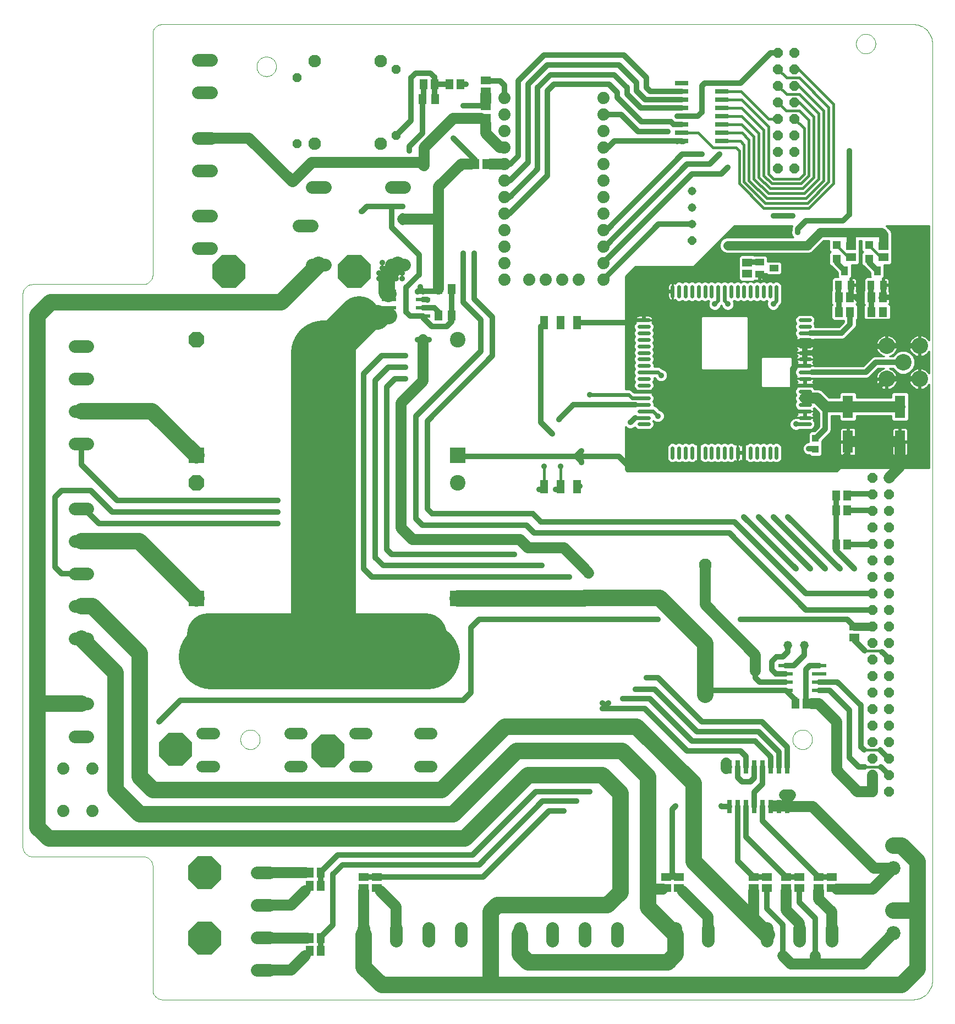
<source format=gtl>
G75*
G70*
%OFA0B0*%
%FSLAX24Y24*%
%IPPOS*%
%LPD*%
%AMOC8*
5,1,8,0,0,1.08239X$1,22.5*
%
%ADD10C,0.0000*%
%ADD11R,0.0866X0.0236*%
%ADD12R,0.0512X0.0591*%
%ADD13C,0.0520*%
%ADD14C,0.0768*%
%ADD15C,0.0740*%
%ADD16OC8,0.0515*%
%ADD17C,0.0515*%
%ADD18C,0.0780*%
%ADD19R,0.0870X0.0240*%
%ADD20R,0.0512X0.0630*%
%ADD21R,0.0591X0.0512*%
%ADD22C,0.0236*%
%ADD23C,0.1000*%
%ADD24R,0.0630X0.1378*%
%ADD25R,0.0394X0.0433*%
%ADD26R,0.0472X0.0787*%
%ADD27R,0.0394X0.0551*%
%ADD28R,0.0472X0.0472*%
%ADD29R,0.0551X0.0394*%
%ADD30R,0.0260X0.0800*%
%ADD31C,0.0760*%
%ADD32OC8,0.0520*%
%ADD33OC8,0.0600*%
%ADD34C,0.0705*%
%ADD35R,0.0800X0.0260*%
%ADD36C,0.0860*%
%ADD37R,0.0945X0.0945*%
%ADD38OC8,0.0945*%
%ADD39C,0.0945*%
%ADD40OC8,0.2000*%
%ADD41C,0.0356*%
%ADD42C,0.0660*%
%ADD43C,0.0320*%
%ADD44C,0.1000*%
%ADD45C,0.0240*%
%ADD46C,0.0160*%
%ADD47C,0.0100*%
%ADD48C,0.0560*%
%ADD49C,0.1500*%
%ADD50C,0.3937*%
%ADD51C,0.2540*%
%ADD52C,0.0500*%
D10*
X008024Y000741D02*
X008024Y008221D01*
X008022Y008267D01*
X008017Y008313D01*
X008008Y008359D01*
X007995Y008404D01*
X007979Y008447D01*
X007960Y008489D01*
X007937Y008530D01*
X007911Y008568D01*
X007882Y008605D01*
X007851Y008639D01*
X007817Y008670D01*
X007780Y008699D01*
X007742Y008725D01*
X007701Y008748D01*
X007659Y008767D01*
X007616Y008783D01*
X007571Y008796D01*
X007525Y008805D01*
X007479Y008810D01*
X007433Y008812D01*
X007433Y008811D02*
X000741Y008811D01*
X000695Y008813D01*
X000649Y008818D01*
X000603Y008827D01*
X000558Y008840D01*
X000515Y008856D01*
X000473Y008875D01*
X000432Y008898D01*
X000394Y008924D01*
X000357Y008953D01*
X000323Y008984D01*
X000292Y009018D01*
X000263Y009055D01*
X000237Y009093D01*
X000214Y009134D01*
X000195Y009176D01*
X000179Y009219D01*
X000166Y009264D01*
X000157Y009310D01*
X000152Y009356D01*
X000150Y009402D01*
X000150Y042867D01*
X000152Y042913D01*
X000157Y042959D01*
X000166Y043005D01*
X000179Y043050D01*
X000195Y043093D01*
X000214Y043135D01*
X000237Y043176D01*
X000263Y043214D01*
X000292Y043251D01*
X000323Y043285D01*
X000357Y043316D01*
X000394Y043345D01*
X000432Y043371D01*
X000473Y043394D01*
X000515Y043413D01*
X000558Y043429D01*
X000603Y043442D01*
X000649Y043451D01*
X000695Y043456D01*
X000741Y043458D01*
X000741Y043457D02*
X007433Y043457D01*
X007479Y043459D01*
X007525Y043464D01*
X007571Y043473D01*
X007616Y043486D01*
X007659Y043502D01*
X007701Y043521D01*
X007742Y043544D01*
X007780Y043570D01*
X007817Y043599D01*
X007851Y043630D01*
X007882Y043664D01*
X007911Y043701D01*
X007937Y043739D01*
X007960Y043780D01*
X007979Y043822D01*
X007995Y043865D01*
X008008Y043910D01*
X008017Y043956D01*
X008022Y044002D01*
X008024Y044048D01*
X008024Y058615D01*
X008026Y058661D01*
X008031Y058707D01*
X008040Y058753D01*
X008053Y058798D01*
X008069Y058841D01*
X008088Y058883D01*
X008111Y058924D01*
X008137Y058962D01*
X008166Y058999D01*
X008197Y059033D01*
X008231Y059064D01*
X008268Y059093D01*
X008306Y059119D01*
X008347Y059142D01*
X008389Y059161D01*
X008432Y059177D01*
X008477Y059190D01*
X008523Y059199D01*
X008569Y059204D01*
X008615Y059206D01*
X008615Y059205D02*
X054087Y059205D01*
X054153Y059203D01*
X054219Y059198D01*
X054285Y059188D01*
X054350Y059175D01*
X054414Y059159D01*
X054477Y059139D01*
X054539Y059115D01*
X054599Y059088D01*
X054658Y059058D01*
X054715Y059024D01*
X054770Y058987D01*
X054823Y058947D01*
X054874Y058905D01*
X054922Y058859D01*
X054968Y058811D01*
X055010Y058760D01*
X055050Y058707D01*
X055087Y058652D01*
X055121Y058595D01*
X055151Y058536D01*
X055178Y058476D01*
X055202Y058414D01*
X055222Y058351D01*
X055238Y058287D01*
X055251Y058222D01*
X055261Y058156D01*
X055266Y058090D01*
X055268Y058024D01*
X055268Y001331D01*
X055266Y001265D01*
X055261Y001199D01*
X055251Y001133D01*
X055238Y001068D01*
X055222Y001004D01*
X055202Y000941D01*
X055178Y000879D01*
X055151Y000819D01*
X055121Y000760D01*
X055087Y000703D01*
X055050Y000648D01*
X055010Y000595D01*
X054968Y000544D01*
X054922Y000496D01*
X054874Y000450D01*
X054823Y000408D01*
X054770Y000368D01*
X054715Y000331D01*
X054658Y000297D01*
X054599Y000267D01*
X054539Y000240D01*
X054477Y000216D01*
X054414Y000196D01*
X054350Y000180D01*
X054285Y000167D01*
X054219Y000157D01*
X054153Y000152D01*
X054087Y000150D01*
X008615Y000150D01*
X008569Y000152D01*
X008523Y000157D01*
X008477Y000166D01*
X008432Y000179D01*
X008389Y000195D01*
X008347Y000214D01*
X008306Y000237D01*
X008268Y000263D01*
X008231Y000292D01*
X008197Y000323D01*
X008166Y000357D01*
X008137Y000394D01*
X008111Y000432D01*
X008088Y000473D01*
X008069Y000515D01*
X008053Y000558D01*
X008040Y000603D01*
X008031Y000649D01*
X008026Y000695D01*
X008024Y000741D01*
X013339Y015898D02*
X013341Y015946D01*
X013347Y015994D01*
X013357Y016041D01*
X013370Y016087D01*
X013388Y016132D01*
X013408Y016176D01*
X013433Y016218D01*
X013461Y016257D01*
X013491Y016294D01*
X013525Y016328D01*
X013562Y016360D01*
X013600Y016389D01*
X013641Y016414D01*
X013684Y016436D01*
X013729Y016454D01*
X013775Y016468D01*
X013822Y016479D01*
X013870Y016486D01*
X013918Y016489D01*
X013966Y016488D01*
X014014Y016483D01*
X014062Y016474D01*
X014108Y016462D01*
X014153Y016445D01*
X014197Y016425D01*
X014239Y016402D01*
X014279Y016375D01*
X014317Y016345D01*
X014352Y016312D01*
X014384Y016276D01*
X014414Y016238D01*
X014440Y016197D01*
X014462Y016154D01*
X014482Y016110D01*
X014497Y016065D01*
X014509Y016018D01*
X014517Y015970D01*
X014521Y015922D01*
X014521Y015874D01*
X014517Y015826D01*
X014509Y015778D01*
X014497Y015731D01*
X014482Y015686D01*
X014462Y015642D01*
X014440Y015599D01*
X014414Y015558D01*
X014384Y015520D01*
X014352Y015484D01*
X014317Y015451D01*
X014279Y015421D01*
X014239Y015394D01*
X014197Y015371D01*
X014153Y015351D01*
X014108Y015334D01*
X014062Y015322D01*
X014014Y015313D01*
X013966Y015308D01*
X013918Y015307D01*
X013870Y015310D01*
X013822Y015317D01*
X013775Y015328D01*
X013729Y015342D01*
X013684Y015360D01*
X013641Y015382D01*
X013600Y015407D01*
X013562Y015436D01*
X013525Y015468D01*
X013491Y015502D01*
X013461Y015539D01*
X013433Y015578D01*
X013408Y015620D01*
X013388Y015664D01*
X013370Y015709D01*
X013357Y015755D01*
X013347Y015802D01*
X013341Y015850D01*
X013339Y015898D01*
X046803Y015898D02*
X046805Y015946D01*
X046811Y015994D01*
X046821Y016041D01*
X046834Y016087D01*
X046852Y016132D01*
X046872Y016176D01*
X046897Y016218D01*
X046925Y016257D01*
X046955Y016294D01*
X046989Y016328D01*
X047026Y016360D01*
X047064Y016389D01*
X047105Y016414D01*
X047148Y016436D01*
X047193Y016454D01*
X047239Y016468D01*
X047286Y016479D01*
X047334Y016486D01*
X047382Y016489D01*
X047430Y016488D01*
X047478Y016483D01*
X047526Y016474D01*
X047572Y016462D01*
X047617Y016445D01*
X047661Y016425D01*
X047703Y016402D01*
X047743Y016375D01*
X047781Y016345D01*
X047816Y016312D01*
X047848Y016276D01*
X047878Y016238D01*
X047904Y016197D01*
X047926Y016154D01*
X047946Y016110D01*
X047961Y016065D01*
X047973Y016018D01*
X047981Y015970D01*
X047985Y015922D01*
X047985Y015874D01*
X047981Y015826D01*
X047973Y015778D01*
X047961Y015731D01*
X047946Y015686D01*
X047926Y015642D01*
X047904Y015599D01*
X047878Y015558D01*
X047848Y015520D01*
X047816Y015484D01*
X047781Y015451D01*
X047743Y015421D01*
X047703Y015394D01*
X047661Y015371D01*
X047617Y015351D01*
X047572Y015334D01*
X047526Y015322D01*
X047478Y015313D01*
X047430Y015308D01*
X047382Y015307D01*
X047334Y015310D01*
X047286Y015317D01*
X047239Y015328D01*
X047193Y015342D01*
X047148Y015360D01*
X047105Y015382D01*
X047064Y015407D01*
X047026Y015436D01*
X046989Y015468D01*
X046955Y015502D01*
X046925Y015539D01*
X046897Y015578D01*
X046872Y015620D01*
X046852Y015664D01*
X046834Y015709D01*
X046821Y015755D01*
X046811Y015802D01*
X046805Y015850D01*
X046803Y015898D01*
X014323Y056646D02*
X014325Y056694D01*
X014331Y056742D01*
X014341Y056789D01*
X014354Y056835D01*
X014372Y056880D01*
X014392Y056924D01*
X014417Y056966D01*
X014445Y057005D01*
X014475Y057042D01*
X014509Y057076D01*
X014546Y057108D01*
X014584Y057137D01*
X014625Y057162D01*
X014668Y057184D01*
X014713Y057202D01*
X014759Y057216D01*
X014806Y057227D01*
X014854Y057234D01*
X014902Y057237D01*
X014950Y057236D01*
X014998Y057231D01*
X015046Y057222D01*
X015092Y057210D01*
X015137Y057193D01*
X015181Y057173D01*
X015223Y057150D01*
X015263Y057123D01*
X015301Y057093D01*
X015336Y057060D01*
X015368Y057024D01*
X015398Y056986D01*
X015424Y056945D01*
X015446Y056902D01*
X015466Y056858D01*
X015481Y056813D01*
X015493Y056766D01*
X015501Y056718D01*
X015505Y056670D01*
X015505Y056622D01*
X015501Y056574D01*
X015493Y056526D01*
X015481Y056479D01*
X015466Y056434D01*
X015446Y056390D01*
X015424Y056347D01*
X015398Y056306D01*
X015368Y056268D01*
X015336Y056232D01*
X015301Y056199D01*
X015263Y056169D01*
X015223Y056142D01*
X015181Y056119D01*
X015137Y056099D01*
X015092Y056082D01*
X015046Y056070D01*
X014998Y056061D01*
X014950Y056056D01*
X014902Y056055D01*
X014854Y056058D01*
X014806Y056065D01*
X014759Y056076D01*
X014713Y056090D01*
X014668Y056108D01*
X014625Y056130D01*
X014584Y056155D01*
X014546Y056184D01*
X014509Y056216D01*
X014475Y056250D01*
X014445Y056287D01*
X014417Y056326D01*
X014392Y056368D01*
X014372Y056412D01*
X014354Y056457D01*
X014341Y056503D01*
X014331Y056550D01*
X014325Y056598D01*
X014323Y056646D01*
X050642Y058024D02*
X050644Y058072D01*
X050650Y058120D01*
X050660Y058167D01*
X050673Y058213D01*
X050691Y058258D01*
X050711Y058302D01*
X050736Y058344D01*
X050764Y058383D01*
X050794Y058420D01*
X050828Y058454D01*
X050865Y058486D01*
X050903Y058515D01*
X050944Y058540D01*
X050987Y058562D01*
X051032Y058580D01*
X051078Y058594D01*
X051125Y058605D01*
X051173Y058612D01*
X051221Y058615D01*
X051269Y058614D01*
X051317Y058609D01*
X051365Y058600D01*
X051411Y058588D01*
X051456Y058571D01*
X051500Y058551D01*
X051542Y058528D01*
X051582Y058501D01*
X051620Y058471D01*
X051655Y058438D01*
X051687Y058402D01*
X051717Y058364D01*
X051743Y058323D01*
X051765Y058280D01*
X051785Y058236D01*
X051800Y058191D01*
X051812Y058144D01*
X051820Y058096D01*
X051824Y058048D01*
X051824Y058000D01*
X051820Y057952D01*
X051812Y057904D01*
X051800Y057857D01*
X051785Y057812D01*
X051765Y057768D01*
X051743Y057725D01*
X051717Y057684D01*
X051687Y057646D01*
X051655Y057610D01*
X051620Y057577D01*
X051582Y057547D01*
X051542Y057520D01*
X051500Y057497D01*
X051456Y057477D01*
X051411Y057460D01*
X051365Y057448D01*
X051317Y057439D01*
X051269Y057434D01*
X051221Y057433D01*
X051173Y057436D01*
X051125Y057443D01*
X051078Y057454D01*
X051032Y057468D01*
X050987Y057486D01*
X050944Y057508D01*
X050903Y057533D01*
X050865Y057562D01*
X050828Y057594D01*
X050794Y057628D01*
X050764Y057665D01*
X050736Y057704D01*
X050711Y057746D01*
X050691Y057790D01*
X050673Y057835D01*
X050660Y057881D01*
X050650Y057928D01*
X050644Y057976D01*
X050642Y058024D01*
D11*
X048418Y020388D03*
X048418Y019888D03*
X048418Y019388D03*
X048418Y018888D03*
X046370Y018888D03*
X046370Y019388D03*
X046370Y019888D03*
X046370Y020388D03*
D12*
X046961Y018063D03*
X047630Y018063D03*
X049422Y027709D03*
X050091Y027709D03*
X050091Y029776D03*
X049422Y029776D03*
X049422Y030662D03*
X050091Y030662D03*
X050288Y041784D03*
X049619Y041784D03*
X049619Y042670D03*
X050288Y042670D03*
X051587Y042670D03*
X051587Y041784D03*
X052256Y041784D03*
X052256Y042670D03*
X028241Y050741D03*
X027571Y050741D03*
X026666Y055563D03*
X025996Y055563D03*
X025091Y055563D03*
X024422Y055563D03*
X018201Y007827D03*
X017532Y007827D03*
X017532Y007040D03*
X018201Y007040D03*
X018201Y003890D03*
X017532Y003890D03*
X017532Y003103D03*
X018201Y003103D03*
D13*
X046500Y021607D03*
X047500Y021607D03*
D14*
X041489Y018595D03*
X041489Y026469D03*
D15*
X035335Y043756D03*
X035335Y044756D03*
X035335Y045756D03*
X035335Y046756D03*
X035335Y047756D03*
X035335Y048756D03*
X035335Y049756D03*
X035335Y050756D03*
X035335Y051756D03*
X035335Y052756D03*
X035335Y053756D03*
X035335Y054756D03*
X029335Y054756D03*
X029335Y053756D03*
X029335Y052756D03*
X029335Y051756D03*
X029335Y050756D03*
X029335Y049756D03*
X029335Y048756D03*
X029335Y047756D03*
X029335Y046756D03*
X029335Y045756D03*
X029335Y044756D03*
X029335Y043756D03*
X030835Y043756D03*
X031835Y043756D03*
X032835Y043756D03*
X033835Y043756D03*
X004386Y014127D03*
X002606Y014127D03*
X002606Y011567D03*
X004386Y011567D03*
D16*
X040701Y046091D03*
D17*
X040701Y047091D03*
X040701Y048091D03*
X040701Y049091D03*
D18*
X023256Y049350D02*
X022476Y049350D01*
X018456Y049350D02*
X017676Y049350D01*
X017656Y047000D02*
X016876Y047000D01*
X017676Y044650D02*
X018456Y044650D01*
X022476Y044650D02*
X023256Y044650D01*
X011564Y045627D02*
X010784Y045627D01*
X010784Y047597D02*
X011564Y047597D01*
X011564Y050351D02*
X010784Y050351D01*
X010784Y052321D02*
X011564Y052321D01*
X011564Y055076D02*
X010784Y055076D01*
X010784Y057046D02*
X011564Y057046D01*
X004083Y039723D02*
X003303Y039723D01*
X003303Y037743D02*
X004083Y037743D01*
X004083Y035786D02*
X003303Y035786D01*
X003303Y033806D02*
X004083Y033806D01*
X004083Y029877D02*
X003303Y029877D01*
X003303Y027907D02*
X004083Y027907D01*
X004083Y025937D02*
X003303Y025937D01*
X003303Y023967D02*
X004083Y023967D01*
X004083Y021997D02*
X003303Y021997D01*
X003303Y018069D02*
X004083Y018069D01*
X004083Y016089D02*
X003303Y016089D01*
X014327Y007833D02*
X015107Y007833D01*
X015107Y005863D02*
X014327Y005863D01*
X014327Y003896D02*
X015107Y003896D01*
X015107Y001926D02*
X014327Y001926D01*
X020814Y003697D02*
X020814Y004477D01*
X022784Y004477D02*
X022784Y003697D01*
X024751Y003697D02*
X024751Y004477D01*
X026721Y004477D02*
X026721Y003697D01*
X030262Y003697D02*
X030262Y004477D01*
X032232Y004477D02*
X032232Y003697D01*
X034199Y003697D02*
X034199Y004477D01*
X036169Y004477D02*
X036169Y003697D01*
X039711Y003697D02*
X039711Y004477D01*
X041681Y004477D02*
X041681Y003697D01*
X045227Y003697D02*
X045227Y004477D01*
X047197Y004477D02*
X047197Y003697D01*
X049167Y003697D02*
X049167Y004477D01*
D19*
X024408Y041526D03*
X024408Y042026D03*
X024408Y042526D03*
X024408Y043026D03*
X022348Y043026D03*
X022348Y042526D03*
X022348Y042026D03*
X022348Y041526D03*
D20*
X025347Y041587D03*
X026134Y041587D03*
X026134Y043162D03*
X025347Y043162D03*
X025150Y054678D03*
X024363Y054678D03*
D21*
X028201Y055130D03*
X028201Y054225D03*
X028201Y053556D03*
X028201Y055800D03*
X044048Y044776D03*
X044048Y044107D03*
X050347Y045091D03*
X050347Y045760D03*
X052315Y045760D03*
X052315Y045091D03*
X050544Y022729D03*
X050544Y022059D03*
X049166Y007571D03*
X049166Y006902D03*
X048378Y006902D03*
X048378Y007571D03*
X047197Y007571D03*
X047197Y006902D03*
X046410Y006902D03*
X046410Y007571D03*
X045229Y007571D03*
X045229Y006902D03*
X044441Y006902D03*
X044441Y007571D03*
X039914Y007571D03*
X039914Y006902D03*
X039126Y006902D03*
X039126Y007571D03*
X021607Y007571D03*
X021607Y006902D03*
X020819Y006902D03*
X020819Y007571D03*
D22*
X039520Y032985D02*
X039520Y033535D01*
X039914Y033535D02*
X039914Y032985D01*
X040307Y032985D02*
X040307Y033535D01*
X040701Y033535D02*
X040701Y032985D01*
X041095Y032985D02*
X041095Y033535D01*
X041489Y033535D02*
X041489Y032985D01*
X041882Y032985D02*
X041882Y033535D01*
X042276Y033535D02*
X042276Y032985D01*
X042670Y032985D02*
X042670Y033535D01*
X043063Y033535D02*
X043063Y032985D01*
X043457Y032985D02*
X043457Y033535D01*
X043851Y033535D02*
X043851Y032985D01*
X044244Y032985D02*
X044244Y033535D01*
X044638Y033535D02*
X044638Y032985D01*
X045032Y032985D02*
X045032Y033535D01*
X045426Y033535D02*
X045426Y032985D01*
X045819Y032985D02*
X045819Y033535D01*
X047277Y034993D02*
X047827Y034993D01*
X047827Y035386D02*
X047277Y035386D01*
X047277Y035780D02*
X047827Y035780D01*
X047827Y036174D02*
X047277Y036174D01*
X047277Y036567D02*
X047827Y036567D01*
X047827Y036961D02*
X047277Y036961D01*
X047277Y037355D02*
X047827Y037355D01*
X047827Y037748D02*
X047277Y037748D01*
X047277Y038142D02*
X047827Y038142D01*
X047827Y038536D02*
X047277Y038536D01*
X047277Y038930D02*
X047827Y038930D01*
X047827Y039323D02*
X047277Y039323D01*
X047277Y039717D02*
X047827Y039717D01*
X047827Y040111D02*
X047277Y040111D01*
X047277Y040504D02*
X047827Y040504D01*
X047827Y040898D02*
X047277Y040898D01*
X047277Y041292D02*
X047827Y041292D01*
X045819Y042749D02*
X045819Y043299D01*
X045426Y043299D02*
X045426Y042749D01*
X045032Y042749D02*
X045032Y043299D01*
X044638Y043299D02*
X044638Y042749D01*
X044244Y042749D02*
X044244Y043299D01*
X043851Y043299D02*
X043851Y042749D01*
X043457Y042749D02*
X043457Y043299D01*
X043063Y043299D02*
X043063Y042749D01*
X042670Y042749D02*
X042670Y043299D01*
X042276Y043299D02*
X042276Y042749D01*
X041882Y042749D02*
X041882Y043299D01*
X041489Y043299D02*
X041489Y042749D01*
X041095Y042749D02*
X041095Y043299D01*
X040701Y043299D02*
X040701Y042749D01*
X040307Y042749D02*
X040307Y043299D01*
X039914Y043299D02*
X039914Y042749D01*
X039520Y042749D02*
X039520Y043299D01*
X038063Y041292D02*
X037513Y041292D01*
X037513Y040898D02*
X038063Y040898D01*
X038063Y040504D02*
X037513Y040504D01*
X037513Y040111D02*
X038063Y040111D01*
X038063Y039717D02*
X037513Y039717D01*
X037513Y039323D02*
X038063Y039323D01*
X038063Y038930D02*
X037513Y038930D01*
X037513Y038536D02*
X038063Y038536D01*
X038063Y038142D02*
X037513Y038142D01*
X037513Y037748D02*
X038063Y037748D01*
X038063Y037355D02*
X037513Y037355D01*
X037513Y036961D02*
X038063Y036961D01*
X038063Y036567D02*
X037513Y036567D01*
X037513Y036174D02*
X038063Y036174D01*
X038063Y035780D02*
X037513Y035780D01*
X037513Y035386D02*
X038063Y035386D01*
X038063Y034993D02*
X037513Y034993D01*
D23*
X052496Y037733D03*
X053496Y038733D03*
X054496Y039733D03*
X052496Y039733D03*
X054496Y037733D03*
D24*
X053300Y036056D03*
X053300Y033930D03*
X050150Y033930D03*
X050150Y036056D03*
D25*
X048181Y034146D03*
X048181Y033477D03*
D26*
X033737Y031209D03*
X032737Y031209D03*
X031737Y031209D03*
X031737Y041138D03*
X032737Y041138D03*
X033737Y041138D03*
D27*
X049579Y043418D03*
X050327Y043418D03*
X049953Y044284D03*
X051548Y043418D03*
X051922Y044284D03*
X052296Y043418D03*
D28*
X051430Y045012D03*
X051430Y045839D03*
X049461Y045839D03*
X049461Y045012D03*
D29*
X045662Y044441D03*
X044796Y044067D03*
X044796Y044815D03*
D30*
X044987Y014254D03*
X045487Y014254D03*
X045987Y014254D03*
X046487Y014254D03*
X044487Y014254D03*
X043987Y014254D03*
X043487Y014254D03*
X042987Y014254D03*
X042987Y011834D03*
X043487Y011834D03*
X043987Y011834D03*
X044487Y011834D03*
X044987Y011834D03*
X045487Y011834D03*
X045987Y011834D03*
X046487Y011834D03*
D31*
X021835Y051981D03*
X017835Y051981D03*
X017835Y056981D03*
X021835Y056981D03*
D32*
X022788Y056481D03*
X022788Y052481D03*
X016784Y051989D03*
X016784Y055989D03*
D33*
X045910Y056489D03*
X045910Y057489D03*
X046910Y057489D03*
X046910Y056489D03*
X046910Y055489D03*
X045910Y055489D03*
X045910Y054489D03*
X046910Y054489D03*
X046910Y053489D03*
X045910Y053489D03*
X045910Y052489D03*
X046910Y052489D03*
X046910Y051489D03*
X045910Y051489D03*
X045910Y050489D03*
X046910Y050489D03*
X051630Y031756D03*
X052630Y031756D03*
X052630Y030756D03*
X051630Y030756D03*
X051630Y029756D03*
X052630Y029756D03*
X052630Y028756D03*
X051630Y028756D03*
X051630Y027756D03*
X051630Y026756D03*
X052630Y026756D03*
X052630Y027756D03*
X052630Y025756D03*
X051630Y025756D03*
X051630Y024756D03*
X051630Y023756D03*
X052630Y023756D03*
X052630Y024756D03*
X052630Y022756D03*
X051630Y022756D03*
X051630Y021756D03*
X052630Y021756D03*
X052630Y020756D03*
X051630Y020756D03*
X051630Y019756D03*
X052630Y019756D03*
X052630Y018756D03*
X051630Y018756D03*
X051630Y017756D03*
X051630Y016756D03*
X052630Y016756D03*
X052630Y017756D03*
X052630Y015756D03*
X051630Y015756D03*
X051630Y014756D03*
X051630Y013756D03*
X052630Y013756D03*
X052630Y014756D03*
X052630Y012756D03*
X051630Y012756D03*
D34*
X024912Y014260D02*
X024207Y014260D01*
X024207Y016260D02*
X024912Y016260D01*
X020975Y016260D02*
X020270Y016260D01*
X020270Y014260D02*
X020975Y014260D01*
X017038Y014260D02*
X016333Y014260D01*
X016333Y016260D02*
X017038Y016260D01*
X017038Y020260D02*
X016333Y020260D01*
X016333Y022260D02*
X017038Y022260D01*
X020270Y022260D02*
X020975Y022260D01*
X020975Y020260D02*
X020270Y020260D01*
X024207Y020260D02*
X024912Y020260D01*
X024912Y022260D02*
X024207Y022260D01*
X011723Y022260D02*
X011018Y022260D01*
X011018Y020260D02*
X011723Y020260D01*
X011723Y016260D02*
X011018Y016260D01*
X011018Y014260D02*
X011723Y014260D01*
D35*
X040082Y052140D03*
X040082Y052640D03*
X040082Y053140D03*
X040082Y053640D03*
X040082Y054140D03*
X040082Y054640D03*
X040082Y055140D03*
X040082Y055640D03*
X042502Y055640D03*
X042502Y055140D03*
X042502Y054640D03*
X042502Y054140D03*
X042502Y053640D03*
X042502Y053140D03*
X042502Y052640D03*
X042502Y052140D03*
D36*
X052906Y009481D03*
X052906Y008103D03*
X052906Y005544D03*
X052906Y004166D03*
D37*
X026489Y024441D03*
X026489Y033103D03*
X010662Y033103D03*
X010662Y024441D03*
D38*
X010662Y031449D03*
X010662Y040111D03*
D39*
X026489Y040111D03*
X026489Y031449D03*
D40*
X018260Y039520D03*
X020229Y044244D03*
X012650Y044244D03*
X018654Y022493D03*
X018654Y015209D03*
X011174Y007827D03*
X011174Y003890D03*
X009402Y015307D03*
D41*
X008418Y016981D03*
X015603Y028989D03*
X015603Y029678D03*
X015603Y030367D03*
X022985Y037748D03*
X023329Y037748D03*
X023329Y038437D03*
X022985Y038437D03*
X022985Y039126D03*
X023329Y039126D03*
X024067Y040111D03*
X024412Y040111D03*
X024756Y040111D03*
X024658Y042522D03*
X024412Y043014D03*
X024240Y043309D03*
X024067Y043014D03*
X023132Y043802D03*
X023132Y044146D03*
X022788Y044146D03*
X022788Y043802D03*
X022443Y043802D03*
X022443Y044146D03*
X022099Y044146D03*
X021927Y044441D03*
X021754Y044146D03*
X021754Y043802D03*
X022099Y043802D03*
X021927Y044786D03*
X023181Y047197D03*
X023181Y047591D03*
X023181Y048181D03*
X020672Y047886D03*
X023575Y051528D03*
X024461Y051282D03*
X024461Y050937D03*
X024461Y050593D03*
X026233Y052315D03*
X026823Y054284D03*
X027020Y055563D03*
X026823Y045327D03*
X027512Y045327D03*
X034500Y036764D03*
X032630Y035288D03*
X032237Y034402D03*
X032729Y032433D03*
X031744Y032433D03*
X031449Y031056D03*
X032433Y031056D03*
X033910Y031252D03*
X034008Y032680D03*
X034008Y033024D03*
X034008Y033369D03*
X036961Y035091D03*
X038634Y035485D03*
X038831Y037158D03*
X038831Y037945D03*
X042079Y042276D03*
X042867Y042276D03*
X044048Y044048D03*
X045622Y044441D03*
X045622Y042276D03*
X048280Y038733D03*
X048772Y038733D03*
X049264Y038733D03*
X049756Y038733D03*
X050248Y038733D03*
X050741Y038733D03*
X051134Y039028D03*
X051626Y039225D03*
X051528Y037650D03*
X051036Y037552D03*
X050544Y037552D03*
X050052Y037552D03*
X049559Y037552D03*
X049067Y037552D03*
X047000Y034993D03*
X047788Y033516D03*
X046508Y029382D03*
X045622Y029382D03*
X044737Y029382D03*
X043851Y029382D03*
X047000Y026233D03*
X047886Y026233D03*
X048772Y026233D03*
X049658Y026233D03*
X050544Y026233D03*
X043654Y023181D03*
X038634Y023181D03*
X038290Y019638D03*
X037945Y019638D03*
X037601Y018949D03*
X037256Y018949D03*
X036863Y018359D03*
X036518Y018359D03*
X035632Y018113D03*
X035288Y018113D03*
X035288Y017768D03*
X035632Y017768D03*
X031498Y015554D03*
X031154Y015554D03*
X030809Y015554D03*
X030809Y015209D03*
X030809Y014865D03*
X031154Y014865D03*
X031154Y015209D03*
X031498Y015209D03*
X031498Y014865D03*
X033713Y012158D03*
X034500Y012748D03*
X032926Y011567D03*
X039717Y011863D03*
X042473Y011863D03*
X042768Y014126D03*
X042768Y014471D03*
X046311Y012552D03*
X046656Y012552D03*
X034451Y025987D03*
X034205Y026233D03*
X033959Y026479D03*
X033270Y025741D03*
X032926Y025741D03*
X031597Y026430D03*
X031252Y026430D03*
X029924Y027119D03*
X029579Y027119D03*
X042867Y045819D03*
X045622Y047591D03*
X046804Y047591D03*
X047099Y046607D03*
X048477Y046607D03*
X048870Y046607D03*
X049264Y046607D03*
X052315Y046459D03*
X052315Y046115D03*
X052315Y045770D03*
X052217Y041784D03*
X050248Y041784D03*
X042867Y050544D03*
X042374Y051331D03*
X041292Y051331D03*
X040160Y052119D03*
X039815Y052119D03*
X039225Y052709D03*
X039815Y053644D03*
X050248Y051528D03*
X016489Y049658D03*
D42*
X017670Y050839D01*
X024363Y050839D01*
X024461Y050937D01*
X024461Y051725D01*
X026233Y053496D01*
X027906Y053496D01*
X028201Y053201D02*
X028201Y052611D01*
X029056Y051756D01*
X029335Y051756D01*
X029335Y050756D02*
X028512Y050756D01*
X028496Y050741D01*
X027315Y050741D02*
X026725Y050741D01*
X025347Y049363D01*
X025347Y047296D01*
X025248Y047394D01*
X023181Y047394D01*
X025347Y047296D02*
X025347Y043162D01*
X022348Y043026D02*
X022296Y042973D01*
X022296Y042867D01*
X024412Y040111D02*
X024412Y037601D01*
X023083Y036272D01*
X023083Y028693D01*
X023772Y028004D01*
X030268Y028004D01*
X030760Y027512D01*
X032926Y027512D01*
X033959Y026479D01*
X034205Y026233D01*
X034451Y025987D01*
X041489Y026469D02*
X041489Y024067D01*
X044540Y021016D01*
X044540Y020032D01*
X047985Y018063D02*
X048378Y018063D01*
X049461Y016981D01*
X049461Y014028D01*
X050741Y012748D01*
X051622Y012748D01*
X051630Y012756D01*
X051630Y013756D01*
X048014Y011834D02*
X051725Y008122D01*
X052611Y008122D01*
X052768Y007965D01*
X052906Y008103D01*
X052768Y007965D02*
X051646Y006843D01*
X049461Y006843D01*
X048378Y006744D02*
X048378Y006252D01*
X049167Y005463D01*
X049167Y004087D01*
X048181Y002807D02*
X048181Y002315D01*
X046705Y002315D01*
X046213Y002807D01*
X047197Y004087D02*
X047197Y004776D01*
X046410Y005563D01*
X046410Y006744D01*
X044441Y006744D02*
X044441Y004873D01*
X044539Y004775D01*
X041681Y005174D02*
X041681Y004087D01*
X041681Y005174D02*
X040111Y006744D01*
X038930Y006843D02*
X038142Y006843D01*
X038044Y006941D01*
X042768Y014126D02*
X042768Y014471D01*
X045721Y011863D02*
X045918Y011863D01*
X046458Y011863D01*
X046458Y012353D01*
X046656Y012552D01*
X046311Y012552D01*
X046458Y011863D02*
X046487Y011834D01*
X048014Y011834D01*
X052906Y004166D02*
X051056Y002315D01*
X048181Y002315D01*
X022784Y004087D02*
X022784Y005764D01*
X021804Y006744D01*
X020819Y006744D02*
X020819Y004093D01*
X020814Y004087D01*
X017374Y003890D02*
X014723Y003890D01*
X014717Y003896D01*
X014717Y005863D02*
X016394Y005863D01*
X017276Y006744D01*
X017276Y007827D02*
X017270Y007833D01*
X014717Y007833D01*
X017276Y002807D02*
X016394Y001926D01*
X014717Y001926D01*
X047552Y036567D02*
X048280Y036567D01*
X048792Y036056D01*
X048870Y036056D01*
X050150Y036056D01*
X053300Y036056D01*
X053300Y033930D02*
X053300Y032426D01*
X052630Y031756D01*
X053300Y033930D02*
X050150Y033930D01*
X028201Y054481D02*
X028201Y054973D01*
X024461Y051282D02*
X024463Y051233D01*
X024463Y050644D01*
X024316Y050792D01*
X024461Y050937D01*
X016489Y049658D02*
X013831Y052315D01*
X011179Y052315D01*
X011174Y052321D01*
D43*
X020672Y047886D02*
X020721Y047886D01*
X021016Y048181D01*
X022493Y048181D01*
X022493Y046902D01*
X024166Y045229D01*
X024166Y044048D01*
X023378Y043260D01*
X023378Y041784D01*
X023636Y041526D01*
X024408Y041526D01*
X024408Y041443D01*
X024953Y040898D01*
X025839Y040898D01*
X026134Y041193D01*
X026134Y041587D01*
X026134Y043162D01*
X026823Y042374D02*
X027906Y041292D01*
X027906Y039422D01*
X023969Y035485D01*
X023969Y029284D01*
X024363Y028890D01*
X030662Y028890D01*
X031154Y028398D01*
X042965Y028398D01*
X047607Y023756D01*
X051630Y023756D01*
X051630Y024756D02*
X047591Y024756D01*
X043260Y029087D01*
X031548Y029087D01*
X031056Y029579D01*
X024953Y029579D01*
X024658Y029874D01*
X024658Y035189D01*
X028595Y039126D01*
X028595Y041489D01*
X027512Y042571D01*
X027512Y045327D01*
X026823Y045327D02*
X026823Y042374D01*
X025347Y041784D02*
X025347Y041587D01*
X025347Y041784D02*
X025105Y042026D01*
X024408Y042026D01*
X024408Y042526D02*
X024654Y042526D01*
X024658Y042522D01*
X024412Y043014D02*
X024240Y043186D01*
X024240Y043309D01*
X024079Y043026D02*
X024067Y043014D01*
X024079Y043026D02*
X024408Y043026D01*
X025211Y043026D01*
X025347Y043162D01*
X022443Y044195D02*
X022099Y043851D01*
X022099Y043802D01*
X023181Y047394D02*
X023181Y047591D01*
X023181Y048181D02*
X022493Y048181D01*
X023575Y051528D02*
X023575Y051823D01*
X024363Y052611D01*
X024363Y054678D01*
X024422Y054737D01*
X024422Y055563D01*
X025091Y055563D02*
X025091Y054737D01*
X025150Y054678D01*
X025091Y055563D02*
X025091Y056016D01*
X024855Y056252D01*
X023969Y056252D01*
X023674Y055957D01*
X023674Y053367D01*
X022788Y052481D01*
X025091Y055563D02*
X025996Y055563D01*
X026666Y055563D02*
X027020Y055563D01*
X028201Y055800D02*
X028241Y055760D01*
X029087Y055760D01*
X029335Y055512D01*
X029335Y054756D01*
X028201Y054973D02*
X028201Y055130D01*
X028201Y054481D02*
X028201Y054225D01*
X028162Y054225D01*
X028103Y054284D01*
X026823Y054284D01*
X027906Y053496D02*
X028103Y053496D01*
X028162Y053556D01*
X028201Y053556D01*
X028201Y053201D01*
X026233Y052315D02*
X027571Y050977D01*
X027571Y050741D01*
X027315Y050741D01*
X028241Y050741D02*
X028496Y050741D01*
X029335Y050756D02*
X029693Y050756D01*
X030170Y051233D01*
X030170Y055760D01*
X031744Y057335D01*
X036567Y057335D01*
X037945Y055957D01*
X037945Y055367D01*
X038172Y055140D01*
X040082Y055140D01*
X040082Y054640D02*
X037884Y054640D01*
X037355Y055170D01*
X037355Y055662D01*
X036272Y056744D01*
X031941Y056744D01*
X030760Y055563D01*
X030760Y050839D01*
X029678Y049756D01*
X029335Y049756D01*
X029335Y048756D02*
X029662Y048756D01*
X031351Y050445D01*
X031351Y055367D01*
X032138Y056154D01*
X035977Y056154D01*
X036764Y055367D01*
X036764Y054973D01*
X037597Y054140D01*
X040082Y054140D01*
X040082Y053640D02*
X039819Y053640D01*
X039815Y053644D01*
X040082Y053640D02*
X041042Y053640D01*
X041292Y053890D01*
X041292Y055465D01*
X041467Y055640D01*
X042502Y055640D01*
X043632Y055640D01*
X045481Y057489D01*
X045910Y057489D01*
X042374Y051331D02*
X041784Y050741D01*
X040406Y050741D01*
X035422Y045756D01*
X035335Y045756D01*
X035335Y046756D02*
X035536Y046756D01*
X040111Y051331D01*
X041292Y051331D01*
X040701Y050150D02*
X035335Y044784D01*
X035335Y044756D01*
X035335Y043756D02*
X038670Y047091D01*
X040701Y047091D01*
X040701Y050150D02*
X042473Y050150D01*
X042867Y050544D01*
X040160Y052119D02*
X039886Y052140D01*
X040082Y052140D01*
X035998Y052140D01*
X035615Y051756D01*
X035335Y051756D01*
X035335Y053756D02*
X036406Y053756D01*
X037453Y052709D01*
X039225Y052709D01*
X039581Y053140D02*
X039422Y053300D01*
X037650Y053300D01*
X036174Y054776D01*
X036174Y055071D01*
X035681Y055563D01*
X032335Y055563D01*
X031941Y055170D01*
X031941Y050052D01*
X029646Y047756D01*
X029335Y047756D01*
X031737Y041138D02*
X031737Y041087D01*
X031548Y040898D01*
X031548Y035091D01*
X032237Y034402D01*
X032630Y035288D02*
X033516Y036174D01*
X037256Y036174D01*
X037256Y035386D02*
X036961Y035091D01*
X036961Y037256D02*
X036961Y040996D01*
X036819Y041138D01*
X033737Y041138D01*
X038831Y037158D02*
X038831Y036961D01*
X036272Y033024D02*
X034008Y033024D01*
X033713Y033024D01*
X034008Y032729D01*
X034008Y032680D01*
X033664Y033024D02*
X033688Y033049D01*
X034008Y033369D01*
X033664Y033024D02*
X026725Y033024D01*
X026646Y033103D01*
X026489Y033103D01*
X022197Y037256D02*
X022689Y037748D01*
X023329Y037748D01*
X023329Y038437D02*
X022296Y038437D01*
X021508Y037650D01*
X021508Y026922D01*
X022000Y026430D01*
X031597Y026430D01*
X029924Y027119D02*
X022493Y027119D01*
X022197Y027414D01*
X022197Y037256D01*
X020819Y038044D02*
X021902Y039126D01*
X023329Y039126D01*
X020819Y038044D02*
X020819Y026233D01*
X021311Y025741D01*
X033270Y025741D01*
X034451Y025987D02*
X034500Y025937D01*
X038634Y023181D02*
X027807Y023181D01*
X027315Y022689D01*
X027315Y018752D01*
X026823Y018260D01*
X009697Y018260D01*
X008418Y016981D01*
X003693Y025937D02*
X002512Y025937D01*
X002119Y026331D01*
X002119Y030563D01*
X002512Y030957D01*
X004284Y030957D01*
X005563Y029678D01*
X015603Y029678D01*
X015603Y030367D02*
X005859Y030367D01*
X003693Y032532D01*
X003693Y033806D01*
X003693Y029877D02*
X003887Y029877D01*
X004776Y028989D01*
X015603Y028989D01*
X030809Y015554D02*
X031154Y015554D01*
X031154Y015209D01*
X031154Y014865D01*
X031498Y014865D02*
X031498Y015209D01*
X031498Y015554D01*
X030809Y015209D02*
X030809Y014865D01*
X031252Y012748D02*
X034500Y012748D01*
X033713Y012158D02*
X031646Y012158D01*
X027807Y008319D01*
X019540Y008319D01*
X018949Y007729D01*
X018949Y004678D01*
X018201Y003930D01*
X018201Y003890D01*
X018201Y003103D01*
X017532Y003103D02*
X017276Y002847D01*
X017276Y002807D01*
X017374Y003890D02*
X017532Y003890D01*
X017276Y006744D02*
X017276Y006784D01*
X017532Y007040D01*
X018201Y007040D02*
X018201Y007827D01*
X018201Y007867D01*
X019244Y008910D01*
X027414Y008910D01*
X031252Y012748D01*
X032040Y011567D02*
X032926Y011567D01*
X032040Y011567D02*
X028044Y007571D01*
X021607Y007571D01*
X020819Y007571D01*
X020819Y006902D02*
X020819Y006744D01*
X021607Y006902D02*
X021764Y006744D01*
X021804Y006744D01*
X017532Y007827D02*
X017276Y007827D01*
X035288Y017768D02*
X037847Y017768D01*
X040406Y015209D01*
X043654Y015209D01*
X043987Y014876D01*
X043987Y014254D01*
X044487Y014254D02*
X044487Y013581D01*
X044244Y013339D01*
X043752Y013339D01*
X043487Y013605D01*
X043487Y014254D01*
X042987Y014254D02*
X042859Y014126D01*
X042768Y014126D01*
X044487Y012695D02*
X044987Y013195D01*
X044987Y014254D01*
X045487Y014254D02*
X045487Y014853D01*
X044540Y015800D01*
X040701Y015800D01*
X038142Y018359D01*
X036863Y018359D01*
X036518Y018359D01*
X035632Y018113D02*
X035288Y017768D01*
X035632Y017768D02*
X035288Y018113D01*
X037256Y018949D02*
X037601Y018949D01*
X038437Y018949D01*
X040996Y016390D01*
X044737Y016390D01*
X045987Y015140D01*
X045987Y014254D01*
X046487Y014254D02*
X046487Y015428D01*
X044933Y016981D01*
X041292Y016981D01*
X038634Y019638D01*
X038290Y019638D01*
X037945Y019638D01*
X041489Y018595D02*
X041782Y018888D01*
X046370Y018888D01*
X046961Y018298D01*
X046961Y018063D01*
X047591Y018103D02*
X047630Y018063D01*
X047985Y018063D01*
X047591Y018103D02*
X047591Y020130D01*
X047849Y020388D01*
X048418Y020388D01*
X048418Y019388D02*
X049514Y019388D01*
X050937Y017965D01*
X050937Y015455D01*
X051134Y015258D01*
X052119Y015258D02*
X052620Y014756D01*
X052630Y014756D01*
X052143Y014249D02*
X052630Y013762D01*
X052630Y013756D01*
X051183Y014249D02*
X050814Y014249D01*
X050248Y014815D01*
X050248Y017670D01*
X049030Y018888D01*
X048418Y018888D01*
X046865Y020388D02*
X047493Y021016D01*
X047493Y021599D01*
X047500Y021607D01*
X046508Y021599D02*
X046508Y021213D01*
X046213Y020918D01*
X045819Y020918D01*
X045524Y020622D01*
X045524Y020130D01*
X045766Y019888D01*
X046370Y019888D01*
X046370Y019388D02*
X044790Y019388D01*
X044540Y019638D01*
X044540Y020032D01*
X046370Y020388D02*
X046865Y020388D01*
X046508Y021599D02*
X046500Y021607D01*
X043654Y023181D02*
X050091Y023181D01*
X050544Y022729D01*
X050544Y022059D02*
X050544Y021902D01*
X051183Y021262D01*
X052217Y021213D02*
X052630Y020800D01*
X052630Y020756D01*
X050544Y026233D02*
X049412Y027365D01*
X049412Y027699D01*
X049422Y027709D01*
X049422Y029776D01*
X049422Y030662D01*
X050091Y030662D02*
X050150Y030662D01*
X050248Y030760D01*
X051626Y030760D01*
X051630Y030756D01*
X051611Y029776D02*
X051630Y029756D01*
X051611Y029776D02*
X050091Y029776D01*
X050091Y027709D02*
X051583Y027709D01*
X051630Y027756D01*
X049658Y026233D02*
X046508Y029382D01*
X045622Y029382D02*
X048772Y026233D01*
X047886Y026233D02*
X044737Y029382D01*
X043851Y029382D02*
X047000Y026233D01*
X049363Y032433D02*
X043851Y032433D01*
X041095Y032433D01*
X036863Y032433D01*
X036272Y033024D01*
X033910Y031252D02*
X033780Y031252D01*
X033737Y031209D01*
X043851Y033910D02*
X045918Y035977D01*
X046804Y035977D01*
X046804Y037256D01*
X046804Y038339D01*
X047000Y038536D01*
X047552Y038930D02*
X047552Y039323D01*
X050248Y039323D01*
X050347Y039323D01*
X050741Y039717D01*
X052481Y039717D01*
X052496Y039733D01*
X052430Y039733D01*
X052496Y039733D02*
X054496Y039733D01*
X053496Y038733D02*
X051823Y038733D01*
X051233Y038142D01*
X047985Y038142D01*
X048674Y037355D02*
X048772Y037256D01*
X048870Y037158D01*
X051922Y037158D01*
X052496Y037733D01*
X054496Y037733D01*
X052709Y041193D02*
X050937Y041193D01*
X050937Y040800D01*
X050052Y039914D01*
X047493Y039914D01*
X047493Y039776D01*
X047552Y039717D01*
X047552Y039323D01*
X047493Y039914D02*
X047000Y039914D01*
X046705Y040209D01*
X046705Y043063D01*
X045918Y043851D01*
X045130Y043851D01*
X044914Y044067D01*
X044796Y044067D01*
X044796Y044815D02*
X044087Y044815D01*
X044048Y044776D01*
X045622Y047591D02*
X046804Y047591D01*
X047099Y046804D02*
X047591Y047296D01*
X049855Y047296D01*
X050248Y047689D01*
X050248Y051528D01*
X047099Y046804D02*
X047099Y046607D01*
X049461Y045012D02*
X049461Y044776D01*
X049953Y044284D01*
X049579Y043418D02*
X049579Y042709D01*
X049619Y042670D01*
X049619Y041784D01*
X050288Y041784D02*
X050288Y041036D01*
X049756Y040504D01*
X047886Y040504D01*
X050288Y042670D02*
X050327Y042709D01*
X050603Y042709D01*
X050937Y042374D01*
X050937Y041193D01*
X051587Y041784D02*
X051587Y042670D01*
X051548Y042709D01*
X051548Y043418D01*
X051922Y044284D02*
X051430Y044776D01*
X051430Y045012D01*
X052315Y045760D02*
X052315Y045770D01*
X052315Y045967D01*
X050347Y045918D02*
X050347Y045760D01*
X050327Y043418D02*
X050327Y042709D01*
X052197Y042709D02*
X052256Y042670D01*
X052296Y042709D01*
X052296Y043418D01*
X052463Y042670D02*
X052709Y042670D01*
X052906Y042473D01*
X052906Y041390D01*
X052709Y041193D01*
X048870Y036056D02*
X048772Y035957D01*
X048772Y034697D01*
X048221Y034146D01*
X048181Y034146D01*
X048142Y033516D02*
X047788Y033516D01*
X048142Y033516D02*
X048181Y033477D01*
X049363Y032433D02*
X050150Y033221D01*
X050150Y033930D01*
X047000Y035780D02*
X046804Y035977D01*
X040082Y053140D02*
X039581Y053140D01*
X044487Y012695D02*
X044487Y011834D01*
X044987Y011834D02*
X044987Y010963D01*
X048378Y007571D01*
X049166Y007571D01*
X049166Y006902D02*
X049402Y006902D01*
X049461Y006843D01*
X048378Y006902D02*
X048378Y006744D01*
X047197Y006902D02*
X047197Y006056D01*
X048181Y005071D01*
X048181Y002807D01*
X046213Y002807D02*
X046213Y004678D01*
X045229Y005662D01*
X045229Y006902D01*
X045229Y007571D02*
X044441Y007571D01*
X043487Y008526D01*
X043487Y011834D01*
X043987Y011834D02*
X043987Y009994D01*
X046410Y007571D01*
X047197Y007571D01*
X046410Y006902D02*
X046410Y006744D01*
X044441Y006744D02*
X044441Y006902D01*
X040111Y006744D02*
X040071Y006744D01*
X039914Y006902D01*
X039914Y007571D02*
X039717Y007571D01*
X039520Y007768D01*
X039520Y011666D01*
X039717Y011863D01*
X042473Y011863D02*
X042502Y011834D01*
X042987Y011834D01*
X045487Y011834D02*
X045692Y011834D01*
X045721Y011863D01*
X045918Y011863D02*
X045947Y011834D01*
X045987Y011834D01*
X039717Y007571D02*
X039126Y007571D01*
X039126Y006902D02*
X038989Y006902D01*
X038930Y006843D01*
D44*
X038044Y006941D02*
X038044Y005754D01*
X039711Y004087D01*
X039717Y004081D01*
X039717Y002906D01*
X039225Y002414D01*
X030760Y002414D01*
X030262Y002912D01*
X030262Y004087D01*
X030262Y004093D01*
X028496Y005465D02*
X028496Y001134D01*
X028398Y001036D01*
X021902Y001036D01*
X020819Y002119D01*
X020819Y004081D01*
X020814Y004087D01*
X026922Y009894D02*
X030760Y013733D01*
X035288Y013733D01*
X036370Y012650D01*
X036370Y006646D01*
X035583Y005859D01*
X028890Y005859D01*
X028496Y005465D01*
X026922Y009894D02*
X001725Y009894D01*
X001036Y010583D01*
X001036Y017965D01*
X001134Y018063D01*
X003688Y018063D01*
X003693Y018069D01*
X005760Y019933D02*
X005760Y012847D01*
X007237Y011370D01*
X026233Y011370D01*
X030071Y015209D01*
X030809Y015209D01*
X031154Y015209D01*
X031498Y015209D01*
X036469Y015209D01*
X038044Y013634D01*
X038044Y006941D01*
X040800Y008515D02*
X040800Y013241D01*
X037355Y016685D01*
X029382Y016685D01*
X025544Y012847D01*
X008024Y012847D01*
X007237Y013634D01*
X007237Y021115D01*
X004382Y023969D01*
X003695Y023969D01*
X003693Y023967D01*
X003693Y021997D02*
X003696Y021997D01*
X005760Y019933D01*
X001036Y017965D02*
X001036Y041587D01*
X001823Y042374D01*
X015800Y042374D01*
X018066Y044641D01*
X018066Y044650D01*
X021607Y041489D02*
X021644Y041526D01*
X022348Y041526D01*
X022296Y042867D02*
X022197Y042965D01*
X022197Y043949D01*
X022443Y044195D01*
X022866Y044618D01*
X022866Y044650D01*
X010662Y033103D02*
X007979Y035786D01*
X003693Y035786D01*
X003693Y027907D02*
X007196Y027907D01*
X010662Y024441D01*
X026489Y024441D02*
X034185Y024441D01*
X034205Y024461D01*
X038733Y024461D01*
X041489Y021705D01*
X041489Y018595D01*
X040800Y008515D02*
X044539Y004775D01*
X045227Y004087D01*
X045227Y004089D01*
X052906Y005544D02*
X054363Y005544D01*
X054382Y005563D01*
X054382Y008516D01*
X053418Y009481D01*
X052906Y009481D01*
X054382Y005563D02*
X054382Y002020D01*
X053398Y001036D01*
X028398Y001036D01*
D45*
X041095Y032433D02*
X041095Y033260D01*
X041095Y034008D01*
X038831Y036272D01*
X038831Y036961D01*
X037788Y036961D01*
X037256Y036961D01*
X036961Y037256D01*
X036863Y036764D02*
X034500Y036764D01*
X036863Y036764D02*
X037059Y036567D01*
X037788Y036567D01*
X037788Y036174D02*
X037256Y036174D01*
X037788Y035780D02*
X038339Y035780D01*
X038634Y035485D01*
X037788Y035386D02*
X037256Y035386D01*
X038831Y037945D02*
X038634Y038142D01*
X037788Y038142D01*
X036961Y040996D02*
X037256Y041292D01*
X037788Y041292D01*
X037788Y042807D01*
X037994Y043014D01*
X038270Y043014D01*
X038280Y043024D01*
X039520Y043024D01*
X042079Y042276D02*
X042276Y042473D01*
X042276Y043024D01*
X042670Y043024D02*
X042670Y042473D01*
X042867Y042276D01*
X045622Y042276D02*
X045819Y042473D01*
X045819Y043024D01*
X045662Y044441D02*
X045622Y044441D01*
X047552Y040111D02*
X047552Y039973D01*
X047493Y039914D01*
X047552Y038930D02*
X047552Y038536D01*
X047000Y038536D01*
X047552Y037748D02*
X047552Y037355D01*
X048674Y037355D01*
X047552Y037355D02*
X046902Y037355D01*
X046804Y037256D01*
X047000Y035780D02*
X047552Y035780D01*
X047552Y035386D01*
X047552Y034993D02*
X047000Y034993D01*
X043851Y033910D02*
X043851Y033260D01*
X043457Y033260D01*
X043851Y033260D02*
X043851Y032433D01*
X033713Y033024D02*
X033688Y033049D01*
X022348Y041526D02*
X022348Y042026D01*
D46*
X022348Y042526D02*
X022348Y043026D01*
X018359Y039520D02*
X018359Y039126D01*
X018359Y039520D02*
X018260Y039520D01*
X031744Y032433D02*
X031744Y031217D01*
X031737Y031209D01*
X031603Y031209D01*
X031449Y031056D01*
X032433Y031056D02*
X032587Y031209D01*
X032737Y031209D01*
X032729Y031217D01*
X032729Y032433D01*
X044048Y044048D02*
X044048Y044107D01*
X045032Y048083D02*
X047788Y048083D01*
X049264Y049559D01*
X049264Y054382D01*
X047158Y056489D01*
X046910Y056489D01*
X047197Y055957D02*
X046441Y055957D01*
X045910Y056489D01*
X045910Y055489D02*
X046426Y054973D01*
X047197Y054973D01*
X048378Y053792D01*
X048378Y049855D01*
X047493Y048969D01*
X045327Y048969D01*
X044441Y049855D01*
X044441Y052414D01*
X043715Y053140D01*
X042502Y053140D01*
X042502Y052640D02*
X043723Y052640D01*
X044146Y052217D01*
X044146Y049756D01*
X045229Y048674D01*
X047591Y048674D01*
X048674Y049756D01*
X048674Y053989D01*
X047174Y055489D01*
X046910Y055489D01*
X047197Y055957D02*
X048969Y054185D01*
X048969Y049658D01*
X047689Y048378D01*
X045130Y048378D01*
X043851Y049658D01*
X043851Y051922D01*
X043632Y052140D01*
X042502Y052140D01*
X041981Y051725D02*
X043359Y051725D01*
X043556Y051528D01*
X043556Y049559D01*
X045032Y048083D01*
X045426Y049264D02*
X047394Y049264D01*
X048083Y049953D01*
X048083Y053595D01*
X047189Y054489D01*
X046910Y054489D01*
X047197Y053989D02*
X046410Y053989D01*
X045910Y054489D01*
X045910Y053489D02*
X045335Y053489D01*
X043683Y055140D01*
X042502Y055140D01*
X042502Y054640D02*
X043691Y054640D01*
X045327Y053004D01*
X045327Y050150D01*
X045622Y049855D01*
X047197Y049855D01*
X047493Y050150D01*
X047493Y052906D01*
X046910Y053489D01*
X047197Y053989D02*
X047788Y053398D01*
X047788Y050052D01*
X047296Y049559D01*
X045524Y049559D01*
X045032Y050052D01*
X045032Y052807D01*
X043699Y054140D01*
X042502Y054140D01*
X042502Y053640D02*
X043707Y053640D01*
X044737Y052611D01*
X044737Y049953D01*
X045426Y049264D01*
X041981Y051725D02*
X041065Y052640D01*
X040082Y052640D01*
X049461Y045839D02*
X049461Y045819D01*
X050150Y045130D01*
X050307Y045130D01*
X050347Y045091D01*
X051430Y045819D02*
X052069Y045180D01*
X052227Y045180D01*
X052315Y045091D01*
X051430Y045819D02*
X051430Y045839D01*
X052256Y042670D02*
X052463Y042670D01*
X052256Y041784D02*
X052217Y041784D01*
X050288Y041784D02*
X050248Y041784D01*
X050248Y039323D02*
X050248Y038733D01*
X050741Y038733D01*
X050839Y038733D01*
X051134Y039028D01*
X051331Y039225D01*
X051626Y039225D01*
X050248Y038733D02*
X049756Y038733D01*
X049264Y038733D01*
X048772Y038733D01*
X048280Y038733D01*
X047985Y038142D02*
X047552Y038142D01*
X047552Y036961D02*
X047552Y036567D01*
X047552Y036174D01*
X048772Y037256D02*
X049067Y037552D01*
X049559Y037552D01*
X050052Y037552D01*
X050544Y037552D01*
X051036Y037552D01*
X051430Y037552D01*
X051528Y037650D01*
X047886Y040504D02*
X047552Y040504D01*
X051183Y021262D02*
X052168Y021262D01*
X052217Y021213D01*
X052119Y015258D02*
X051134Y015258D01*
X051183Y014249D02*
X052143Y014249D01*
X018654Y022493D02*
X018260Y022099D01*
D47*
X036666Y032237D02*
X036666Y034837D01*
X036741Y034762D01*
X036884Y034703D01*
X037038Y034703D01*
X037181Y034762D01*
X037232Y034813D01*
X037234Y034807D01*
X037326Y034714D01*
X037447Y034664D01*
X038129Y034664D01*
X038249Y034714D01*
X038342Y034807D01*
X038391Y034927D01*
X038391Y035058D01*
X038342Y035178D01*
X038331Y035189D01*
X038342Y035200D01*
X038350Y035220D01*
X038414Y035156D01*
X038557Y035097D01*
X038711Y035097D01*
X038854Y035156D01*
X038963Y035265D01*
X039022Y035407D01*
X039022Y035562D01*
X038963Y035704D01*
X038854Y035814D01*
X038714Y035872D01*
X038526Y036060D01*
X038405Y036110D01*
X038391Y036110D01*
X038391Y036239D01*
X038342Y036359D01*
X038331Y036370D01*
X038342Y036381D01*
X038391Y036502D01*
X038391Y036633D01*
X038342Y036753D01*
X038285Y036810D01*
X038301Y036834D01*
X038321Y036883D01*
X038331Y036935D01*
X038331Y036952D01*
X037797Y036952D01*
X037797Y036970D01*
X038331Y036970D01*
X038331Y036987D01*
X038321Y037039D01*
X038301Y037088D01*
X038285Y037112D01*
X038342Y037169D01*
X038391Y037289D01*
X038391Y037420D01*
X038342Y037541D01*
X038331Y037552D01*
X038342Y037563D01*
X038391Y037683D01*
X038391Y037812D01*
X038466Y037812D01*
X038502Y037725D01*
X038611Y037616D01*
X038754Y037557D01*
X038908Y037557D01*
X039051Y037616D01*
X039160Y037725D01*
X039219Y037868D01*
X039219Y038022D01*
X039160Y038165D01*
X039051Y038274D01*
X038911Y038332D01*
X038821Y038422D01*
X038700Y038472D01*
X038391Y038472D01*
X038391Y038601D01*
X038342Y038722D01*
X038331Y038733D01*
X038342Y038744D01*
X038391Y038864D01*
X038391Y038995D01*
X038342Y039115D01*
X038331Y039126D01*
X038342Y039137D01*
X038391Y039258D01*
X038391Y039388D01*
X038342Y039509D01*
X038331Y039520D01*
X038342Y039531D01*
X038391Y039652D01*
X038391Y039782D01*
X038342Y039903D01*
X038331Y039914D01*
X038342Y039925D01*
X038391Y040045D01*
X038391Y040176D01*
X038342Y040296D01*
X038331Y040307D01*
X038342Y040318D01*
X038391Y040439D01*
X038391Y040570D01*
X038342Y040690D01*
X038331Y040701D01*
X038342Y040712D01*
X038391Y040833D01*
X038391Y040963D01*
X038342Y041084D01*
X038285Y041141D01*
X038301Y041165D01*
X038321Y041214D01*
X038331Y041265D01*
X038331Y041283D01*
X037797Y041283D01*
X037797Y041301D01*
X037779Y041301D01*
X037779Y041560D01*
X037486Y041560D01*
X037434Y041550D01*
X037385Y041529D01*
X037341Y041500D01*
X037304Y041463D01*
X037275Y041419D01*
X037254Y041370D01*
X037244Y041318D01*
X037244Y041301D01*
X037779Y041301D01*
X037779Y041283D01*
X037244Y041283D01*
X037244Y041265D01*
X037254Y041214D01*
X037275Y041165D01*
X037291Y041141D01*
X037234Y041084D01*
X037184Y040963D01*
X037184Y040833D01*
X037234Y040712D01*
X037245Y040701D01*
X037234Y040690D01*
X037184Y040570D01*
X037184Y040439D01*
X037234Y040318D01*
X037245Y040307D01*
X037234Y040296D01*
X037184Y040176D01*
X037184Y040045D01*
X037234Y039925D01*
X037245Y039914D01*
X037234Y039903D01*
X037184Y039782D01*
X037184Y039652D01*
X037234Y039531D01*
X037245Y039520D01*
X037234Y039509D01*
X037184Y039388D01*
X037184Y039258D01*
X037234Y039137D01*
X037245Y039126D01*
X037234Y039115D01*
X037184Y038995D01*
X037184Y038864D01*
X037234Y038744D01*
X037245Y038733D01*
X037234Y038722D01*
X037184Y038601D01*
X037184Y038471D01*
X037234Y038350D01*
X037245Y038339D01*
X037234Y038328D01*
X037184Y038207D01*
X037184Y038077D01*
X037234Y037956D01*
X037245Y037945D01*
X037234Y037934D01*
X037184Y037814D01*
X037184Y037683D01*
X037234Y037563D01*
X037245Y037552D01*
X037234Y037541D01*
X037184Y037420D01*
X037184Y037289D01*
X037234Y037169D01*
X037291Y037112D01*
X037275Y037088D01*
X037254Y037039D01*
X037244Y036987D01*
X037244Y036970D01*
X037779Y036970D01*
X037779Y036952D01*
X037244Y036952D01*
X037244Y036935D01*
X037252Y036897D01*
X037196Y036897D01*
X037142Y036951D01*
X037050Y037044D01*
X036928Y037094D01*
X036666Y037094D01*
X036666Y043949D01*
X037256Y044540D01*
X040800Y044540D01*
X043260Y047000D01*
X046780Y047000D01*
X046729Y046877D01*
X046729Y046728D01*
X046711Y046684D01*
X046711Y046529D01*
X046770Y046387D01*
X046847Y046309D01*
X042769Y046309D01*
X042589Y046235D01*
X042451Y046097D01*
X042377Y045917D01*
X042377Y045722D01*
X042451Y045542D01*
X042589Y045404D01*
X042769Y045329D01*
X047787Y045329D01*
X047967Y045404D01*
X048680Y046117D01*
X049015Y046117D01*
X049015Y045516D01*
X049105Y045426D01*
X049015Y045335D01*
X049015Y044689D01*
X049138Y044566D01*
X049148Y044566D01*
X049546Y044167D01*
X049546Y043921D01*
X049564Y043903D01*
X049295Y043903D01*
X049172Y043780D01*
X049172Y043072D01*
X049153Y043052D01*
X049153Y042287D01*
X049213Y042227D01*
X049153Y042166D01*
X049153Y041402D01*
X049276Y041279D01*
X049918Y041279D01*
X049918Y041189D01*
X049603Y040874D01*
X048155Y040874D01*
X048155Y040963D01*
X048105Y041084D01*
X048094Y041095D01*
X048105Y041106D01*
X048155Y041226D01*
X048155Y041357D01*
X048105Y041478D01*
X048013Y041570D01*
X047892Y041620D01*
X047211Y041620D01*
X047090Y041570D01*
X046998Y041478D01*
X046948Y041357D01*
X046948Y041226D01*
X046998Y041106D01*
X047009Y041095D01*
X046998Y041084D01*
X046948Y040963D01*
X046948Y040833D01*
X046998Y040712D01*
X047009Y040701D01*
X046998Y040690D01*
X046948Y040570D01*
X046948Y040439D01*
X046998Y040318D01*
X047055Y040262D01*
X047038Y040238D01*
X047018Y040189D01*
X047008Y040137D01*
X047008Y040120D01*
X047543Y040120D01*
X047543Y040102D01*
X047561Y040102D01*
X047561Y040120D01*
X048095Y040120D01*
X048095Y040134D01*
X049830Y040134D01*
X049966Y040191D01*
X050601Y040826D01*
X050658Y040962D01*
X050658Y041306D01*
X050754Y041402D01*
X050754Y042166D01*
X050651Y042269D01*
X050664Y042282D01*
X050683Y042317D01*
X050694Y042355D01*
X050694Y042620D01*
X050338Y042620D01*
X050338Y042720D01*
X050238Y042720D01*
X050238Y042992D01*
X050279Y042992D01*
X050279Y043369D01*
X050376Y043369D01*
X050376Y043466D01*
X050674Y043466D01*
X050674Y043713D01*
X050664Y043751D01*
X050644Y043785D01*
X050616Y043813D01*
X050582Y043833D01*
X050544Y043843D01*
X050376Y043843D01*
X050376Y043466D01*
X050279Y043466D01*
X050279Y043840D01*
X050360Y043921D01*
X050360Y044625D01*
X050729Y044625D01*
X050852Y044748D01*
X050852Y046103D01*
X050839Y046117D01*
X050983Y046117D01*
X050983Y045516D01*
X051073Y045426D01*
X050983Y045335D01*
X050983Y044689D01*
X051106Y044566D01*
X051116Y044566D01*
X051515Y044167D01*
X051515Y043921D01*
X051533Y043903D01*
X051264Y043903D01*
X051141Y043780D01*
X051141Y043072D01*
X051121Y043052D01*
X051121Y042287D01*
X051182Y042227D01*
X051121Y042166D01*
X051121Y041402D01*
X051244Y041279D01*
X052599Y041279D01*
X052722Y041402D01*
X052722Y042166D01*
X052619Y042269D01*
X052632Y042282D01*
X052652Y042317D01*
X052662Y042355D01*
X052662Y042620D01*
X052306Y042620D01*
X052306Y042720D01*
X052206Y042720D01*
X052206Y042992D01*
X052247Y042992D01*
X052247Y043369D01*
X052344Y043369D01*
X052344Y043115D01*
X052306Y043115D01*
X052306Y042720D01*
X052662Y042720D01*
X052662Y042985D01*
X052652Y043023D01*
X052632Y043057D01*
X052622Y043067D01*
X052632Y043084D01*
X052643Y043122D01*
X052643Y043369D01*
X052344Y043369D01*
X052344Y043466D01*
X052643Y043466D01*
X052643Y043713D01*
X052632Y043751D01*
X052613Y043785D01*
X052585Y043813D01*
X052550Y043833D01*
X052512Y043843D01*
X052344Y043843D01*
X052344Y043466D01*
X052247Y043466D01*
X052247Y043840D01*
X052329Y043921D01*
X052329Y044625D01*
X052698Y044625D01*
X052821Y044748D01*
X052821Y046103D01*
X052805Y046118D01*
X052805Y046557D01*
X052731Y046737D01*
X052593Y046874D01*
X052583Y046884D01*
X052583Y046884D01*
X052467Y047000D01*
X055058Y047000D01*
X055058Y040060D01*
X055038Y040095D01*
X054986Y040162D01*
X054926Y040222D01*
X054858Y040274D01*
X054785Y040317D01*
X054706Y040350D01*
X054624Y040372D01*
X054546Y040382D01*
X054546Y039783D01*
X054446Y039783D01*
X054446Y039683D01*
X053847Y039683D01*
X053858Y039606D01*
X053880Y039523D01*
X053912Y039445D01*
X053955Y039371D01*
X054007Y039303D01*
X054067Y039243D01*
X054135Y039191D01*
X054208Y039148D01*
X054287Y039116D01*
X054369Y039094D01*
X054446Y039084D01*
X054446Y039683D01*
X054546Y039683D01*
X054546Y039084D01*
X054624Y039094D01*
X054706Y039116D01*
X054785Y039148D01*
X054858Y039191D01*
X054926Y039243D01*
X054986Y039303D01*
X055038Y039371D01*
X055058Y039405D01*
X055058Y038060D01*
X055038Y038095D01*
X054986Y038162D01*
X054926Y038222D01*
X054858Y038274D01*
X054785Y038317D01*
X054706Y038350D01*
X054624Y038372D01*
X054546Y038382D01*
X054546Y037783D01*
X054446Y037783D01*
X054446Y037683D01*
X053847Y037683D01*
X053858Y037606D01*
X053880Y037523D01*
X053912Y037445D01*
X053955Y037371D01*
X054007Y037303D01*
X054067Y037243D01*
X054135Y037191D01*
X054208Y037148D01*
X054287Y037116D01*
X054369Y037094D01*
X054446Y037084D01*
X054446Y037683D01*
X054546Y037683D01*
X054546Y037084D01*
X054624Y037094D01*
X054706Y037116D01*
X054785Y037148D01*
X054858Y037191D01*
X054926Y037243D01*
X054986Y037303D01*
X055038Y037371D01*
X055058Y037405D01*
X055058Y032335D01*
X049658Y032335D01*
X049461Y032138D01*
X036764Y032138D01*
X036666Y032237D01*
X036666Y032261D02*
X049584Y032261D01*
X049485Y032163D02*
X036740Y032163D01*
X036666Y032360D02*
X055058Y032360D01*
X055058Y032458D02*
X036666Y032458D01*
X036666Y032557D02*
X055058Y032557D01*
X055058Y032655D02*
X036666Y032655D01*
X036666Y032754D02*
X039287Y032754D01*
X039242Y032799D02*
X039334Y032706D01*
X039455Y032657D01*
X039585Y032657D01*
X039706Y032706D01*
X039717Y032717D01*
X039728Y032706D01*
X039849Y032657D01*
X039979Y032657D01*
X040100Y032706D01*
X040111Y032717D01*
X040122Y032706D01*
X040242Y032657D01*
X040373Y032657D01*
X040493Y032706D01*
X040504Y032717D01*
X040515Y032706D01*
X040636Y032657D01*
X040766Y032657D01*
X040887Y032706D01*
X040944Y032763D01*
X040968Y032747D01*
X041017Y032727D01*
X041068Y032717D01*
X041086Y032717D01*
X041086Y033251D01*
X041104Y033251D01*
X041104Y032717D01*
X041121Y032717D01*
X041173Y032727D01*
X041222Y032747D01*
X041246Y032763D01*
X041303Y032706D01*
X041423Y032657D01*
X041554Y032657D01*
X041674Y032706D01*
X041685Y032717D01*
X041696Y032706D01*
X041817Y032657D01*
X041948Y032657D01*
X042068Y032706D01*
X042079Y032717D01*
X042090Y032706D01*
X042211Y032657D01*
X042341Y032657D01*
X042462Y032706D01*
X042473Y032717D01*
X042484Y032706D01*
X042604Y032657D01*
X042735Y032657D01*
X042856Y032706D01*
X042867Y032717D01*
X042878Y032706D01*
X042998Y032657D01*
X043129Y032657D01*
X043249Y032706D01*
X043306Y032763D01*
X043330Y032747D01*
X043379Y032727D01*
X043431Y032717D01*
X043448Y032717D01*
X043448Y033251D01*
X043466Y033251D01*
X043466Y032717D01*
X043483Y032717D01*
X043535Y032727D01*
X043584Y032747D01*
X043628Y032776D01*
X043654Y032802D01*
X043680Y032776D01*
X043724Y032747D01*
X043773Y032727D01*
X043824Y032717D01*
X043842Y032717D01*
X043842Y033251D01*
X043860Y033251D01*
X043860Y032717D01*
X043877Y032717D01*
X043929Y032727D01*
X043978Y032747D01*
X044002Y032763D01*
X044059Y032706D01*
X044179Y032657D01*
X044310Y032657D01*
X044430Y032706D01*
X044441Y032717D01*
X044452Y032706D01*
X044573Y032657D01*
X044703Y032657D01*
X044824Y032706D01*
X044835Y032717D01*
X044846Y032706D01*
X044967Y032657D01*
X045097Y032657D01*
X045218Y032706D01*
X045229Y032717D01*
X045240Y032706D01*
X045360Y032657D01*
X045491Y032657D01*
X045611Y032706D01*
X045622Y032717D01*
X045633Y032706D01*
X045754Y032657D01*
X045885Y032657D01*
X046005Y032706D01*
X046097Y032799D01*
X046147Y032919D01*
X046147Y033601D01*
X046097Y033722D01*
X046005Y033814D01*
X045885Y033864D01*
X045754Y033864D01*
X045633Y033814D01*
X045622Y033803D01*
X045611Y033814D01*
X045491Y033864D01*
X045360Y033864D01*
X045240Y033814D01*
X045229Y033803D01*
X045218Y033814D01*
X045097Y033864D01*
X044967Y033864D01*
X044846Y033814D01*
X044835Y033803D01*
X044824Y033814D01*
X044703Y033864D01*
X044573Y033864D01*
X044452Y033814D01*
X044441Y033803D01*
X044430Y033814D01*
X044310Y033864D01*
X044179Y033864D01*
X044059Y033814D01*
X044002Y033757D01*
X043978Y033773D01*
X043929Y033794D01*
X043877Y033804D01*
X043860Y033804D01*
X043860Y033269D01*
X043842Y033269D01*
X043842Y033251D01*
X043583Y033251D01*
X043466Y033251D01*
X043466Y033269D01*
X043842Y033269D01*
X043842Y033804D01*
X043824Y033804D01*
X043773Y033794D01*
X043724Y033773D01*
X043680Y033744D01*
X043654Y033718D01*
X043628Y033744D01*
X043584Y033773D01*
X043535Y033794D01*
X043483Y033804D01*
X043466Y033804D01*
X043466Y033269D01*
X043448Y033269D01*
X043448Y033804D01*
X043431Y033804D01*
X043379Y033794D01*
X043330Y033773D01*
X043306Y033757D01*
X043249Y033814D01*
X043129Y033864D01*
X042998Y033864D01*
X042878Y033814D01*
X042867Y033803D01*
X042856Y033814D01*
X042735Y033864D01*
X042604Y033864D01*
X042484Y033814D01*
X042473Y033803D01*
X042462Y033814D01*
X042341Y033864D01*
X042211Y033864D01*
X042090Y033814D01*
X042079Y033803D01*
X042068Y033814D01*
X041948Y033864D01*
X041817Y033864D01*
X041696Y033814D01*
X041685Y033803D01*
X041674Y033814D01*
X041554Y033864D01*
X041423Y033864D01*
X041303Y033814D01*
X041246Y033757D01*
X041222Y033773D01*
X041173Y033794D01*
X041121Y033804D01*
X041104Y033804D01*
X041104Y033269D01*
X041086Y033269D01*
X041086Y033804D01*
X041068Y033804D01*
X041017Y033794D01*
X040968Y033773D01*
X040944Y033757D01*
X040887Y033814D01*
X040766Y033864D01*
X040636Y033864D01*
X040515Y033814D01*
X040504Y033803D01*
X040493Y033814D01*
X040373Y033864D01*
X040242Y033864D01*
X040122Y033814D01*
X040111Y033803D01*
X040100Y033814D01*
X039979Y033864D01*
X039849Y033864D01*
X039728Y033814D01*
X039717Y033803D01*
X039706Y033814D01*
X039585Y033864D01*
X039455Y033864D01*
X039334Y033814D01*
X039242Y033722D01*
X039192Y033601D01*
X039192Y032919D01*
X039242Y032799D01*
X039220Y032852D02*
X036666Y032852D01*
X036666Y032951D02*
X039192Y032951D01*
X039192Y033049D02*
X036666Y033049D01*
X036666Y033148D02*
X039192Y033148D01*
X039192Y033246D02*
X036666Y033246D01*
X036666Y033345D02*
X039192Y033345D01*
X039192Y033443D02*
X036666Y033443D01*
X036666Y033542D02*
X039192Y033542D01*
X039208Y033640D02*
X036666Y033640D01*
X036666Y033739D02*
X039259Y033739D01*
X039390Y033837D02*
X036666Y033837D01*
X036666Y033936D02*
X047775Y033936D01*
X047775Y033904D02*
X047711Y033904D01*
X047568Y033845D01*
X047459Y033736D01*
X047400Y033593D01*
X047400Y033439D01*
X047459Y033296D01*
X047568Y033187D01*
X047711Y033128D01*
X047820Y033128D01*
X047898Y033050D01*
X048465Y033050D01*
X048588Y033173D01*
X048588Y033780D01*
X048557Y033811D01*
X048588Y033843D01*
X048588Y033990D01*
X048982Y034384D01*
X049086Y034488D01*
X049142Y034624D01*
X049142Y035516D01*
X049625Y035516D01*
X049625Y035280D01*
X049748Y035157D01*
X050552Y035157D01*
X050675Y035280D01*
X050675Y035516D01*
X052775Y035516D01*
X052775Y035280D01*
X052898Y035157D01*
X053702Y035157D01*
X053825Y035280D01*
X053825Y035912D01*
X053840Y035948D01*
X053840Y036163D01*
X053825Y036199D01*
X053825Y036831D01*
X053702Y036954D01*
X052898Y036954D01*
X052775Y036831D01*
X052775Y036596D01*
X050675Y036596D01*
X050675Y036831D01*
X050552Y036954D01*
X049748Y036954D01*
X049625Y036831D01*
X049625Y036596D01*
X049015Y036596D01*
X048738Y036873D01*
X048586Y037025D01*
X048387Y037107D01*
X048122Y037107D01*
X048105Y037147D01*
X048049Y037204D01*
X048065Y037228D01*
X048085Y037277D01*
X048095Y037328D01*
X048095Y037346D01*
X047561Y037346D01*
X047561Y037364D01*
X048095Y037364D01*
X048095Y037381D01*
X048085Y037433D01*
X048065Y037482D01*
X048035Y037526D01*
X048009Y037552D01*
X048035Y037578D01*
X048065Y037621D01*
X048085Y037670D01*
X048095Y037722D01*
X048095Y037739D01*
X047561Y037739D01*
X047561Y037623D01*
X047561Y037364D01*
X047543Y037364D01*
X047543Y037739D01*
X047561Y037739D01*
X047561Y037757D01*
X048095Y037757D01*
X048095Y037772D01*
X051306Y037772D01*
X051442Y037828D01*
X051546Y037933D01*
X051976Y038363D01*
X052336Y038363D01*
X052287Y038350D01*
X052208Y038317D01*
X052135Y038274D01*
X052067Y038222D01*
X052007Y038162D01*
X051955Y038095D01*
X051912Y038021D01*
X051880Y037942D01*
X051858Y037860D01*
X051847Y037783D01*
X052446Y037783D01*
X052446Y037683D01*
X051847Y037683D01*
X051858Y037606D01*
X051880Y037523D01*
X051912Y037445D01*
X051955Y037371D01*
X052007Y037303D01*
X052067Y037243D01*
X052135Y037191D01*
X052208Y037148D01*
X052287Y037116D01*
X052369Y037094D01*
X052446Y037084D01*
X052446Y037683D01*
X052546Y037683D01*
X052546Y037084D01*
X052624Y037094D01*
X052706Y037116D01*
X052785Y037148D01*
X052858Y037191D01*
X052926Y037243D01*
X052986Y037303D01*
X053038Y037371D01*
X053081Y037445D01*
X053113Y037523D01*
X053135Y037606D01*
X053145Y037683D01*
X052546Y037683D01*
X052546Y037783D01*
X053145Y037783D01*
X053135Y037860D01*
X053113Y037942D01*
X053081Y038021D01*
X053038Y038095D01*
X052986Y038162D01*
X052926Y038222D01*
X052858Y038274D01*
X052785Y038317D01*
X052706Y038350D01*
X052657Y038363D01*
X052881Y038363D01*
X052895Y038330D01*
X053094Y038131D01*
X053355Y038023D01*
X053638Y038023D01*
X053899Y038131D01*
X054098Y038330D01*
X054206Y038591D01*
X054206Y038874D01*
X054098Y039135D01*
X053899Y039335D01*
X053638Y039443D01*
X053355Y039443D01*
X053094Y039335D01*
X052895Y039135D01*
X052881Y039103D01*
X052657Y039103D01*
X052706Y039116D01*
X052785Y039148D01*
X052858Y039191D01*
X052926Y039243D01*
X052986Y039303D01*
X053038Y039371D01*
X053081Y039445D01*
X053113Y039523D01*
X053135Y039606D01*
X053145Y039683D01*
X052546Y039683D01*
X052546Y039783D01*
X052446Y039783D01*
X052446Y039683D01*
X051847Y039683D01*
X051858Y039606D01*
X051880Y039523D01*
X051912Y039445D01*
X051955Y039371D01*
X052007Y039303D01*
X052067Y039243D01*
X052135Y039191D01*
X052208Y039148D01*
X052287Y039116D01*
X052336Y039103D01*
X051750Y039103D01*
X051614Y039046D01*
X051079Y038512D01*
X048095Y038512D01*
X048095Y038527D01*
X047561Y038527D01*
X047561Y038545D01*
X048095Y038545D01*
X048095Y038562D01*
X048085Y038614D01*
X048065Y038663D01*
X048035Y038707D01*
X048009Y038733D01*
X048035Y038759D01*
X048065Y038803D01*
X048085Y038851D01*
X048095Y038903D01*
X048095Y038920D01*
X047561Y038920D01*
X047561Y038661D01*
X047561Y038545D01*
X047543Y038545D01*
X047543Y038920D01*
X047561Y038920D01*
X047561Y038939D01*
X047543Y038939D01*
X047543Y039314D01*
X047561Y039314D01*
X047561Y039332D01*
X048095Y039332D01*
X048095Y039350D01*
X048085Y039401D01*
X048065Y039450D01*
X048035Y039494D01*
X048009Y039520D01*
X048035Y039546D01*
X048065Y039590D01*
X048085Y039639D01*
X048095Y039691D01*
X048095Y039708D01*
X047561Y039708D01*
X047561Y039726D01*
X048095Y039726D01*
X048095Y039743D01*
X048085Y039795D01*
X048065Y039844D01*
X048035Y039888D01*
X048009Y039914D01*
X048035Y039940D01*
X048065Y039984D01*
X048085Y040032D01*
X048095Y040084D01*
X048095Y040102D01*
X047561Y040102D01*
X047561Y039843D01*
X047561Y039726D01*
X047543Y039726D01*
X047543Y040102D01*
X047008Y040102D01*
X047008Y040084D01*
X047018Y040032D01*
X047038Y039984D01*
X047068Y039940D01*
X047094Y039914D01*
X047068Y039888D01*
X047038Y039844D01*
X047018Y039795D01*
X047008Y039743D01*
X047008Y039726D01*
X047543Y039726D01*
X047543Y039708D01*
X047561Y039708D01*
X047561Y039449D01*
X047561Y039332D01*
X047543Y039332D01*
X047543Y039708D01*
X047008Y039708D01*
X047008Y039691D01*
X047018Y039639D01*
X047038Y039590D01*
X047068Y039546D01*
X047094Y039520D01*
X047068Y039494D01*
X047038Y039450D01*
X047018Y039401D01*
X047008Y039350D01*
X047008Y039332D01*
X047543Y039332D01*
X047543Y039314D01*
X047008Y039314D01*
X047008Y039297D01*
X047018Y039245D01*
X047038Y039196D01*
X047068Y039152D01*
X047094Y039126D01*
X047068Y039100D01*
X047038Y039057D01*
X047018Y039008D01*
X047008Y038956D01*
X047008Y038939D01*
X047543Y038939D01*
X047543Y038920D01*
X047008Y038920D01*
X047008Y038903D01*
X047018Y038851D01*
X047038Y038803D01*
X047068Y038759D01*
X047094Y038733D01*
X047068Y038707D01*
X047038Y038663D01*
X047018Y038614D01*
X047008Y038562D01*
X047008Y038545D01*
X047543Y038545D01*
X047543Y038527D01*
X047008Y038527D01*
X047008Y038509D01*
X047018Y038458D01*
X047038Y038409D01*
X047055Y038385D01*
X046998Y038328D01*
X046948Y038207D01*
X046948Y038077D01*
X046998Y037956D01*
X047055Y037900D01*
X047038Y037875D01*
X047018Y037827D01*
X047008Y037775D01*
X047008Y037757D01*
X047543Y037757D01*
X047543Y037739D01*
X047008Y037739D01*
X047008Y037722D01*
X047018Y037670D01*
X047038Y037621D01*
X047068Y037578D01*
X047094Y037552D01*
X047068Y037526D01*
X047038Y037482D01*
X047018Y037433D01*
X047008Y037381D01*
X047008Y037364D01*
X047543Y037364D01*
X047543Y037346D01*
X047008Y037346D01*
X047008Y037328D01*
X047018Y037277D01*
X047038Y037228D01*
X047055Y037204D01*
X046998Y037147D01*
X046948Y037026D01*
X046948Y036896D01*
X046998Y036775D01*
X047009Y036764D01*
X046998Y036753D01*
X046948Y036633D01*
X046948Y036502D01*
X046998Y036381D01*
X047009Y036370D01*
X046998Y036359D01*
X046948Y036239D01*
X046948Y036108D01*
X046998Y035988D01*
X047055Y035931D01*
X047038Y035907D01*
X047018Y035858D01*
X047008Y035806D01*
X047008Y035789D01*
X047543Y035789D01*
X047543Y035771D01*
X047561Y035771D01*
X047561Y035789D01*
X048095Y035789D01*
X048095Y035806D01*
X048085Y035858D01*
X048065Y035907D01*
X048049Y035931D01*
X048101Y035983D01*
X048402Y035682D01*
X048402Y034851D01*
X048124Y034573D01*
X047898Y034573D01*
X047775Y034450D01*
X047775Y033904D01*
X047775Y034034D02*
X036666Y034034D01*
X036666Y034133D02*
X047775Y034133D01*
X047775Y034231D02*
X036666Y034231D01*
X036666Y034330D02*
X047775Y034330D01*
X047775Y034428D02*
X036666Y034428D01*
X036666Y034527D02*
X047852Y034527D01*
X047892Y034664D02*
X048013Y034714D01*
X048105Y034807D01*
X048155Y034927D01*
X048155Y035058D01*
X048105Y035178D01*
X048049Y035235D01*
X048065Y035259D01*
X048085Y035308D01*
X048095Y035360D01*
X048095Y035377D01*
X047561Y035377D01*
X047561Y035395D01*
X048095Y035395D01*
X048095Y035413D01*
X048402Y035413D01*
X048402Y035315D02*
X048086Y035315D01*
X048095Y035413D02*
X048085Y035464D01*
X048065Y035513D01*
X048035Y035557D01*
X048009Y035583D01*
X048035Y035609D01*
X048065Y035653D01*
X048085Y035702D01*
X048095Y035754D01*
X048095Y035771D01*
X047561Y035771D01*
X047561Y035512D01*
X047561Y035395D01*
X047543Y035395D01*
X047543Y035771D01*
X047008Y035771D01*
X047008Y035754D01*
X047018Y035702D01*
X047038Y035653D01*
X047068Y035609D01*
X047094Y035583D01*
X047068Y035557D01*
X047038Y035513D01*
X047018Y035464D01*
X047008Y035413D01*
X039022Y035413D01*
X039022Y035512D02*
X047038Y035512D01*
X047067Y035610D02*
X039002Y035610D01*
X038959Y035709D02*
X047017Y035709D01*
X047008Y035807D02*
X038861Y035807D01*
X038680Y035906D02*
X047038Y035906D01*
X046991Y036004D02*
X038581Y036004D01*
X038422Y036103D02*
X046950Y036103D01*
X046948Y036201D02*
X038391Y036201D01*
X038366Y036300D02*
X046973Y036300D01*
X046991Y036398D02*
X038348Y036398D01*
X038389Y036497D02*
X046950Y036497D01*
X046948Y036595D02*
X038391Y036595D01*
X038366Y036694D02*
X046973Y036694D01*
X046991Y036792D02*
X038303Y036792D01*
X038323Y036891D02*
X046950Y036891D01*
X046948Y036989D02*
X038331Y036989D01*
X038301Y037088D02*
X046973Y037088D01*
X047037Y037186D02*
X038349Y037186D01*
X038389Y037285D02*
X044883Y037285D01*
X044883Y037264D02*
X044941Y037206D01*
X046697Y037206D01*
X046756Y037264D01*
X046756Y039020D01*
X046697Y039079D01*
X044941Y039079D01*
X044883Y039020D01*
X044883Y038937D01*
X044883Y037347D01*
X044883Y037264D01*
X044883Y037383D02*
X038391Y037383D01*
X038366Y037482D02*
X044883Y037482D01*
X044883Y037580D02*
X038964Y037580D01*
X039113Y037679D02*
X044883Y037679D01*
X044883Y037777D02*
X039182Y037777D01*
X039219Y037876D02*
X044883Y037876D01*
X044883Y037974D02*
X039219Y037974D01*
X039198Y038073D02*
X044883Y038073D01*
X044883Y038171D02*
X039154Y038171D01*
X039056Y038270D02*
X044883Y038270D01*
X044883Y038368D02*
X044098Y038368D01*
X044098Y038347D02*
X044098Y041481D01*
X044040Y041539D01*
X041300Y041539D01*
X041241Y041481D01*
X041241Y041398D01*
X041241Y038430D01*
X041241Y038347D01*
X041300Y038288D01*
X044040Y038288D01*
X044098Y038347D01*
X044098Y038467D02*
X044883Y038467D01*
X044883Y038565D02*
X044098Y038565D01*
X044098Y038664D02*
X044883Y038664D01*
X044883Y038762D02*
X044098Y038762D01*
X044098Y038861D02*
X044883Y038861D01*
X044883Y038959D02*
X044098Y038959D01*
X044098Y039058D02*
X044920Y039058D01*
X044098Y039156D02*
X047065Y039156D01*
X047039Y039058D02*
X046718Y039058D01*
X046756Y038959D02*
X047009Y038959D01*
X047016Y038861D02*
X046756Y038861D01*
X046756Y038762D02*
X047065Y038762D01*
X047039Y038664D02*
X046756Y038664D01*
X046756Y038565D02*
X047008Y038565D01*
X047016Y038467D02*
X046756Y038467D01*
X046756Y038368D02*
X047038Y038368D01*
X046974Y038270D02*
X046756Y038270D01*
X046756Y038171D02*
X046948Y038171D01*
X046950Y038073D02*
X046756Y038073D01*
X046756Y037974D02*
X046990Y037974D01*
X047039Y037876D02*
X046756Y037876D01*
X046756Y037777D02*
X047008Y037777D01*
X047017Y037679D02*
X046756Y037679D01*
X046756Y037580D02*
X047066Y037580D01*
X047038Y037482D02*
X046756Y037482D01*
X046756Y037383D02*
X047008Y037383D01*
X047017Y037285D02*
X046756Y037285D01*
X047543Y037383D02*
X047561Y037383D01*
X047561Y037482D02*
X047543Y037482D01*
X047543Y037580D02*
X047561Y037580D01*
X047561Y037679D02*
X047543Y037679D01*
X048037Y037580D02*
X051864Y037580D01*
X051848Y037679D02*
X048087Y037679D01*
X048065Y037482D02*
X051897Y037482D01*
X051948Y037383D02*
X048095Y037383D01*
X048087Y037285D02*
X052025Y037285D01*
X052143Y037186D02*
X048066Y037186D01*
X048435Y037088D02*
X052417Y037088D01*
X052446Y037088D02*
X052546Y037088D01*
X052576Y037088D02*
X054417Y037088D01*
X054446Y037088D02*
X054546Y037088D01*
X054576Y037088D02*
X055058Y037088D01*
X055058Y037186D02*
X054850Y037186D01*
X054968Y037285D02*
X055058Y037285D01*
X055045Y037383D02*
X055058Y037383D01*
X055058Y036989D02*
X048622Y036989D01*
X048720Y036891D02*
X049684Y036891D01*
X049625Y036792D02*
X048819Y036792D01*
X048917Y036694D02*
X049625Y036694D01*
X050616Y036891D02*
X052834Y036891D01*
X052775Y036792D02*
X050675Y036792D01*
X050675Y036694D02*
X052775Y036694D01*
X052850Y037186D02*
X054143Y037186D01*
X054025Y037285D02*
X052968Y037285D01*
X053045Y037383D02*
X053948Y037383D01*
X053897Y037482D02*
X053096Y037482D01*
X053129Y037580D02*
X053864Y037580D01*
X053848Y037679D02*
X053145Y037679D01*
X053131Y037876D02*
X053862Y037876D01*
X053858Y037860D02*
X053847Y037783D01*
X054446Y037783D01*
X054446Y038382D01*
X054369Y038372D01*
X054287Y038350D01*
X054208Y038317D01*
X054135Y038274D01*
X054067Y038222D01*
X054007Y038162D01*
X053955Y038095D01*
X053912Y038021D01*
X053880Y037942D01*
X053858Y037860D01*
X053893Y037974D02*
X053100Y037974D01*
X053051Y038073D02*
X053235Y038073D01*
X053054Y038171D02*
X052977Y038171D01*
X052955Y038270D02*
X052864Y038270D01*
X052546Y037777D02*
X054446Y037777D01*
X054446Y037679D02*
X054546Y037679D01*
X054546Y037580D02*
X054446Y037580D01*
X054446Y037482D02*
X054546Y037482D01*
X054546Y037383D02*
X054446Y037383D01*
X054446Y037285D02*
X054546Y037285D01*
X054546Y037186D02*
X054446Y037186D01*
X055058Y036891D02*
X053765Y036891D01*
X053825Y036792D02*
X055058Y036792D01*
X055058Y036694D02*
X053825Y036694D01*
X053825Y036595D02*
X055058Y036595D01*
X055058Y036497D02*
X053825Y036497D01*
X053825Y036398D02*
X055058Y036398D01*
X055058Y036300D02*
X053825Y036300D01*
X053825Y036201D02*
X055058Y036201D01*
X055058Y036103D02*
X053840Y036103D01*
X053840Y036004D02*
X055058Y036004D01*
X055058Y035906D02*
X053825Y035906D01*
X053825Y035807D02*
X055058Y035807D01*
X055058Y035709D02*
X053825Y035709D01*
X053825Y035610D02*
X055058Y035610D01*
X055058Y035512D02*
X053825Y035512D01*
X053825Y035413D02*
X055058Y035413D01*
X055058Y035315D02*
X053825Y035315D01*
X053761Y035216D02*
X055058Y035216D01*
X055058Y035118D02*
X049142Y035118D01*
X049142Y035216D02*
X049689Y035216D01*
X049625Y035315D02*
X049142Y035315D01*
X049142Y035413D02*
X049625Y035413D01*
X049625Y035512D02*
X049142Y035512D01*
X049142Y035019D02*
X055058Y035019D01*
X055058Y034921D02*
X049142Y034921D01*
X049142Y034822D02*
X055058Y034822D01*
X055058Y034724D02*
X053722Y034724D01*
X053735Y034711D02*
X053707Y034739D01*
X053672Y034758D01*
X053634Y034769D01*
X053350Y034769D01*
X053350Y033980D01*
X053250Y033980D01*
X053250Y034769D01*
X052965Y034769D01*
X052927Y034758D01*
X052893Y034739D01*
X052865Y034711D01*
X052845Y034676D01*
X052835Y034638D01*
X052835Y033980D01*
X053250Y033980D01*
X053250Y033880D01*
X052835Y033880D01*
X052835Y033221D01*
X052845Y033183D01*
X052865Y033148D01*
X052893Y033121D01*
X052927Y033101D01*
X052965Y033091D01*
X053250Y033091D01*
X053250Y033880D01*
X053350Y033880D01*
X053350Y033980D01*
X053765Y033980D01*
X053765Y034638D01*
X053754Y034676D01*
X053735Y034711D01*
X053765Y034625D02*
X055058Y034625D01*
X055058Y034527D02*
X053765Y034527D01*
X053765Y034428D02*
X055058Y034428D01*
X055058Y034330D02*
X053765Y034330D01*
X053765Y034231D02*
X055058Y034231D01*
X055058Y034133D02*
X053765Y034133D01*
X053765Y034034D02*
X055058Y034034D01*
X055058Y033936D02*
X053350Y033936D01*
X053350Y033880D02*
X053765Y033880D01*
X053765Y033221D01*
X053754Y033183D01*
X053735Y033148D01*
X053707Y033121D01*
X053672Y033101D01*
X053634Y033091D01*
X053350Y033091D01*
X053350Y033880D01*
X053350Y033837D02*
X053250Y033837D01*
X053250Y033739D02*
X053350Y033739D01*
X053350Y033640D02*
X053250Y033640D01*
X053250Y033542D02*
X053350Y033542D01*
X053350Y033443D02*
X053250Y033443D01*
X053250Y033345D02*
X053350Y033345D01*
X053350Y033246D02*
X053250Y033246D01*
X053250Y033148D02*
X053350Y033148D01*
X053734Y033148D02*
X055058Y033148D01*
X055058Y033246D02*
X053765Y033246D01*
X053765Y033345D02*
X055058Y033345D01*
X055058Y033443D02*
X053765Y033443D01*
X053765Y033542D02*
X055058Y033542D01*
X055058Y033640D02*
X053765Y033640D01*
X053765Y033739D02*
X055058Y033739D01*
X055058Y033837D02*
X053765Y033837D01*
X053350Y034034D02*
X053250Y034034D01*
X053250Y033936D02*
X050200Y033936D01*
X050200Y033980D02*
X050615Y033980D01*
X050615Y034638D01*
X050605Y034676D01*
X050585Y034711D01*
X050557Y034739D01*
X050523Y034758D01*
X050485Y034769D01*
X050200Y034769D01*
X050200Y033980D01*
X050100Y033980D01*
X050100Y034769D01*
X049815Y034769D01*
X049777Y034758D01*
X049743Y034739D01*
X049715Y034711D01*
X049695Y034676D01*
X049685Y034638D01*
X049685Y033980D01*
X050100Y033980D01*
X050100Y033880D01*
X049685Y033880D01*
X049685Y033221D01*
X049695Y033183D01*
X049715Y033148D01*
X049743Y033121D01*
X049777Y033101D01*
X049815Y033091D01*
X050100Y033091D01*
X050100Y033880D01*
X050200Y033880D01*
X050200Y033980D01*
X050200Y034034D02*
X050100Y034034D01*
X050100Y033936D02*
X048588Y033936D01*
X048583Y033837D02*
X049685Y033837D01*
X049685Y033739D02*
X048588Y033739D01*
X048588Y033640D02*
X049685Y033640D01*
X049685Y033542D02*
X048588Y033542D01*
X048588Y033443D02*
X049685Y033443D01*
X049685Y033345D02*
X048588Y033345D01*
X048588Y033246D02*
X049685Y033246D01*
X049716Y033148D02*
X048563Y033148D01*
X047663Y033148D02*
X046147Y033148D01*
X046147Y033246D02*
X047509Y033246D01*
X047439Y033345D02*
X046147Y033345D01*
X046147Y033443D02*
X047400Y033443D01*
X047400Y033542D02*
X046147Y033542D01*
X046131Y033640D02*
X047419Y033640D01*
X047461Y033739D02*
X046081Y033739D01*
X045949Y033837D02*
X047560Y033837D01*
X047617Y034663D02*
X047218Y034663D01*
X047078Y034604D01*
X046923Y034604D01*
X046781Y034663D01*
X046671Y034773D01*
X046612Y034915D01*
X046612Y035070D01*
X046671Y035212D01*
X046781Y035322D01*
X046923Y035381D01*
X047078Y035381D01*
X047086Y035377D01*
X047543Y035377D01*
X047543Y035395D01*
X047008Y035395D01*
X047008Y035413D01*
X046774Y035315D02*
X038984Y035315D01*
X038915Y035216D02*
X046675Y035216D01*
X046632Y035118D02*
X038762Y035118D01*
X038506Y035118D02*
X038367Y035118D01*
X038354Y035216D02*
X038348Y035216D01*
X038391Y035019D02*
X046612Y035019D01*
X046612Y034921D02*
X038389Y034921D01*
X038348Y034822D02*
X046651Y034822D01*
X046720Y034724D02*
X038258Y034724D01*
X037317Y034724D02*
X037088Y034724D01*
X036834Y034724D02*
X036666Y034724D01*
X036666Y034822D02*
X036681Y034822D01*
X036666Y034625D02*
X046873Y034625D01*
X047128Y034625D02*
X048177Y034625D01*
X048275Y034724D02*
X048022Y034724D01*
X048112Y034822D02*
X048374Y034822D01*
X048402Y034921D02*
X048153Y034921D01*
X048155Y035019D02*
X048402Y035019D01*
X048402Y035118D02*
X048131Y035118D01*
X048068Y035216D02*
X048402Y035216D01*
X048402Y035512D02*
X048065Y035512D01*
X048036Y035610D02*
X048402Y035610D01*
X048375Y035709D02*
X048086Y035709D01*
X048095Y035807D02*
X048276Y035807D01*
X048178Y035906D02*
X048065Y035906D01*
X047561Y035709D02*
X047543Y035709D01*
X047543Y035610D02*
X047561Y035610D01*
X047561Y035512D02*
X047543Y035512D01*
X047543Y035413D02*
X047561Y035413D01*
X047622Y034664D02*
X047892Y034664D01*
X047622Y034664D02*
X047617Y034663D01*
X048632Y034034D02*
X049685Y034034D01*
X049685Y034133D02*
X048731Y034133D01*
X048829Y034231D02*
X049685Y034231D01*
X049685Y034330D02*
X048928Y034330D01*
X049026Y034428D02*
X049685Y034428D01*
X049685Y034527D02*
X049102Y034527D01*
X049142Y034625D02*
X049685Y034625D01*
X049728Y034724D02*
X049142Y034724D01*
X050100Y034724D02*
X050200Y034724D01*
X050200Y034625D02*
X050100Y034625D01*
X050100Y034527D02*
X050200Y034527D01*
X050200Y034428D02*
X050100Y034428D01*
X050100Y034330D02*
X050200Y034330D01*
X050200Y034231D02*
X050100Y034231D01*
X050100Y034133D02*
X050200Y034133D01*
X050200Y033880D02*
X050615Y033880D01*
X050615Y033221D01*
X050605Y033183D01*
X050585Y033148D01*
X050557Y033121D01*
X050523Y033101D01*
X050485Y033091D01*
X050200Y033091D01*
X050200Y033880D01*
X050200Y033837D02*
X050100Y033837D01*
X050100Y033739D02*
X050200Y033739D01*
X050200Y033640D02*
X050100Y033640D01*
X050100Y033542D02*
X050200Y033542D01*
X050200Y033443D02*
X050100Y033443D01*
X050100Y033345D02*
X050200Y033345D01*
X050200Y033246D02*
X050100Y033246D01*
X050100Y033148D02*
X050200Y033148D01*
X050584Y033148D02*
X052865Y033148D01*
X052835Y033246D02*
X050615Y033246D01*
X050615Y033345D02*
X052835Y033345D01*
X052835Y033443D02*
X050615Y033443D01*
X050615Y033542D02*
X052835Y033542D01*
X052835Y033640D02*
X050615Y033640D01*
X050615Y033739D02*
X052835Y033739D01*
X052835Y033837D02*
X050615Y033837D01*
X050615Y034034D02*
X052835Y034034D01*
X052835Y034133D02*
X050615Y034133D01*
X050615Y034231D02*
X052835Y034231D01*
X052835Y034330D02*
X050615Y034330D01*
X050615Y034428D02*
X052835Y034428D01*
X052835Y034527D02*
X050615Y034527D01*
X050615Y034625D02*
X052835Y034625D01*
X052878Y034724D02*
X050572Y034724D01*
X050611Y035216D02*
X052838Y035216D01*
X052775Y035315D02*
X050675Y035315D01*
X050675Y035413D02*
X052775Y035413D01*
X052775Y035512D02*
X050675Y035512D01*
X052446Y037186D02*
X052546Y037186D01*
X052546Y037285D02*
X052446Y037285D01*
X052446Y037383D02*
X052546Y037383D01*
X052546Y037482D02*
X052446Y037482D01*
X052446Y037580D02*
X052546Y037580D01*
X052546Y037679D02*
X052446Y037679D01*
X052446Y037777D02*
X051318Y037777D01*
X051489Y037876D02*
X051862Y037876D01*
X051893Y037974D02*
X051588Y037974D01*
X051686Y038073D02*
X051942Y038073D01*
X052016Y038171D02*
X051785Y038171D01*
X051883Y038270D02*
X052128Y038270D01*
X052195Y039156D02*
X048038Y039156D01*
X048035Y039152D02*
X048065Y039196D01*
X048085Y039245D01*
X048095Y039297D01*
X048095Y039314D01*
X047561Y039314D01*
X047561Y039055D01*
X047561Y038939D01*
X048095Y038939D01*
X048095Y038956D01*
X048085Y039008D01*
X048065Y039057D01*
X048035Y039100D01*
X048009Y039126D01*
X048035Y039152D01*
X048064Y039058D02*
X051641Y039058D01*
X051526Y038959D02*
X048095Y038959D01*
X048087Y038861D02*
X051428Y038861D01*
X051329Y038762D02*
X048038Y038762D01*
X048064Y038664D02*
X051231Y038664D01*
X051132Y038565D02*
X048095Y038565D01*
X047561Y038565D02*
X047543Y038565D01*
X047543Y038664D02*
X047561Y038664D01*
X047561Y038762D02*
X047543Y038762D01*
X047543Y038861D02*
X047561Y038861D01*
X047561Y038959D02*
X047543Y038959D01*
X047543Y039058D02*
X047561Y039058D01*
X047561Y039156D02*
X047543Y039156D01*
X047543Y039255D02*
X047561Y039255D01*
X047561Y039353D02*
X047543Y039353D01*
X047543Y039452D02*
X047561Y039452D01*
X047561Y039550D02*
X047543Y039550D01*
X047543Y039649D02*
X047561Y039649D01*
X047561Y039747D02*
X047543Y039747D01*
X047543Y039846D02*
X047561Y039846D01*
X047561Y039944D02*
X047543Y039944D01*
X047543Y040043D02*
X047561Y040043D01*
X048038Y039944D02*
X051880Y039944D01*
X051880Y039942D02*
X051858Y039860D01*
X051847Y039783D01*
X052446Y039783D01*
X052446Y040382D01*
X052369Y040372D01*
X052287Y040350D01*
X052208Y040317D01*
X052135Y040274D01*
X052067Y040222D01*
X052007Y040162D01*
X051955Y040095D01*
X051912Y040021D01*
X051880Y039942D01*
X051856Y039846D02*
X048064Y039846D01*
X048095Y039747D02*
X052446Y039747D01*
X052446Y039846D02*
X052546Y039846D01*
X052546Y039783D02*
X052546Y040382D01*
X052624Y040372D01*
X052706Y040350D01*
X052785Y040317D01*
X052858Y040274D01*
X052926Y040222D01*
X052986Y040162D01*
X053038Y040095D01*
X053081Y040021D01*
X053113Y039942D01*
X053135Y039860D01*
X053145Y039783D01*
X052546Y039783D01*
X052546Y039747D02*
X054446Y039747D01*
X054446Y039783D02*
X053847Y039783D01*
X053858Y039860D01*
X053880Y039942D01*
X053912Y040021D01*
X053955Y040095D01*
X054007Y040162D01*
X054067Y040222D01*
X054135Y040274D01*
X054208Y040317D01*
X054287Y040350D01*
X054369Y040372D01*
X054446Y040382D01*
X054446Y039783D01*
X054446Y039846D02*
X054546Y039846D01*
X054546Y039944D02*
X054446Y039944D01*
X054446Y040043D02*
X054546Y040043D01*
X054546Y040141D02*
X054446Y040141D01*
X054446Y040240D02*
X054546Y040240D01*
X054546Y040338D02*
X054446Y040338D01*
X054260Y040338D02*
X052733Y040338D01*
X052546Y040338D02*
X052446Y040338D01*
X052446Y040240D02*
X052546Y040240D01*
X052546Y040141D02*
X052446Y040141D01*
X052446Y040043D02*
X052546Y040043D01*
X052546Y039944D02*
X052446Y039944D01*
X052260Y040338D02*
X050113Y040338D01*
X050015Y040240D02*
X052089Y040240D01*
X051991Y040141D02*
X049846Y040141D01*
X050212Y040437D02*
X055058Y040437D01*
X055058Y040535D02*
X050310Y040535D01*
X050409Y040634D02*
X055058Y040634D01*
X055058Y040732D02*
X050507Y040732D01*
X050603Y040831D02*
X055058Y040831D01*
X055058Y040929D02*
X050644Y040929D01*
X050658Y041028D02*
X055058Y041028D01*
X055058Y041126D02*
X050658Y041126D01*
X050658Y041225D02*
X055058Y041225D01*
X055058Y041323D02*
X052644Y041323D01*
X052722Y041422D02*
X055058Y041422D01*
X055058Y041520D02*
X052722Y041520D01*
X052722Y041619D02*
X055058Y041619D01*
X055058Y041717D02*
X052722Y041717D01*
X052722Y041816D02*
X055058Y041816D01*
X055058Y041914D02*
X052722Y041914D01*
X052722Y042013D02*
X055058Y042013D01*
X055058Y042111D02*
X052722Y042111D01*
X052679Y042210D02*
X055058Y042210D01*
X055058Y042308D02*
X052647Y042308D01*
X052662Y042407D02*
X055058Y042407D01*
X055058Y042505D02*
X052662Y042505D01*
X052662Y042604D02*
X055058Y042604D01*
X055058Y042702D02*
X052306Y042702D01*
X052306Y042801D02*
X052206Y042801D01*
X052206Y042720D02*
X052053Y042720D01*
X052053Y042620D01*
X052206Y042620D01*
X052206Y042720D01*
X052206Y042702D02*
X052053Y042702D01*
X052206Y042899D02*
X052306Y042899D01*
X052306Y042998D02*
X052247Y042998D01*
X052247Y043096D02*
X052306Y043096D01*
X052344Y043195D02*
X052247Y043195D01*
X052247Y043293D02*
X052344Y043293D01*
X052344Y043392D02*
X055058Y043392D01*
X055058Y043490D02*
X052643Y043490D01*
X052643Y043589D02*
X055058Y043589D01*
X055058Y043687D02*
X052643Y043687D01*
X052612Y043786D02*
X055058Y043786D01*
X055058Y043884D02*
X052291Y043884D01*
X052329Y043983D02*
X055058Y043983D01*
X055058Y044081D02*
X052329Y044081D01*
X052329Y044180D02*
X055058Y044180D01*
X055058Y044278D02*
X052329Y044278D01*
X052329Y044377D02*
X055058Y044377D01*
X055058Y044475D02*
X052329Y044475D01*
X052329Y044574D02*
X055058Y044574D01*
X055058Y044672D02*
X052745Y044672D01*
X052821Y044771D02*
X055058Y044771D01*
X055058Y044869D02*
X052821Y044869D01*
X052821Y044968D02*
X055058Y044968D01*
X055058Y045066D02*
X052821Y045066D01*
X052821Y045165D02*
X055058Y045165D01*
X055058Y045263D02*
X052821Y045263D01*
X052821Y045362D02*
X055058Y045362D01*
X055058Y045460D02*
X052821Y045460D01*
X052821Y045559D02*
X055058Y045559D01*
X055058Y045657D02*
X052821Y045657D01*
X052821Y045756D02*
X055058Y045756D01*
X055058Y045854D02*
X052821Y045854D01*
X052821Y045953D02*
X055058Y045953D01*
X055058Y046051D02*
X052821Y046051D01*
X052805Y046150D02*
X055058Y046150D01*
X055058Y046248D02*
X052805Y046248D01*
X052805Y046347D02*
X055058Y046347D01*
X055058Y046445D02*
X052805Y046445D01*
X052805Y046544D02*
X055058Y046544D01*
X055058Y046642D02*
X052770Y046642D01*
X052727Y046741D02*
X055058Y046741D01*
X055058Y046839D02*
X052628Y046839D01*
X052593Y046874D02*
X052593Y046874D01*
X052530Y046938D02*
X055058Y046938D01*
X052344Y043786D02*
X052247Y043786D01*
X052247Y043687D02*
X052344Y043687D01*
X052344Y043589D02*
X052247Y043589D01*
X052247Y043490D02*
X052344Y043490D01*
X052643Y043293D02*
X055058Y043293D01*
X055058Y043195D02*
X052643Y043195D01*
X052635Y043096D02*
X055058Y043096D01*
X055058Y042998D02*
X052659Y042998D01*
X052662Y042899D02*
X055058Y042899D01*
X055058Y042801D02*
X052662Y042801D01*
X051121Y042801D02*
X050694Y042801D01*
X050694Y042720D02*
X050694Y042985D01*
X050683Y043023D01*
X050664Y043057D01*
X050654Y043067D01*
X050664Y043084D01*
X050674Y043122D01*
X050674Y043369D01*
X050376Y043369D01*
X050376Y043115D01*
X050338Y043115D01*
X050338Y042720D01*
X050694Y042720D01*
X050694Y042604D02*
X051121Y042604D01*
X051121Y042702D02*
X050338Y042702D01*
X050338Y042801D02*
X050238Y042801D01*
X050238Y042899D02*
X050338Y042899D01*
X050338Y042998D02*
X050279Y042998D01*
X050279Y043096D02*
X050338Y043096D01*
X050376Y043195D02*
X050279Y043195D01*
X050279Y043293D02*
X050376Y043293D01*
X050376Y043392D02*
X051141Y043392D01*
X051141Y043490D02*
X050674Y043490D01*
X050674Y043589D02*
X051141Y043589D01*
X051141Y043687D02*
X050674Y043687D01*
X050644Y043786D02*
X051146Y043786D01*
X051245Y043884D02*
X050323Y043884D01*
X050360Y043983D02*
X051515Y043983D01*
X051515Y044081D02*
X050360Y044081D01*
X050360Y044180D02*
X051503Y044180D01*
X051404Y044278D02*
X050360Y044278D01*
X050360Y044377D02*
X051306Y044377D01*
X051207Y044475D02*
X050360Y044475D01*
X050360Y044574D02*
X051099Y044574D01*
X051000Y044672D02*
X050776Y044672D01*
X050852Y044771D02*
X050983Y044771D01*
X050983Y044869D02*
X050852Y044869D01*
X050852Y044968D02*
X050983Y044968D01*
X050983Y045066D02*
X050852Y045066D01*
X050852Y045165D02*
X050983Y045165D01*
X050983Y045263D02*
X050852Y045263D01*
X050852Y045362D02*
X051010Y045362D01*
X051039Y045460D02*
X050852Y045460D01*
X050852Y045559D02*
X050983Y045559D01*
X050983Y045657D02*
X050852Y045657D01*
X050852Y045756D02*
X050983Y045756D01*
X050983Y045854D02*
X050852Y045854D01*
X050852Y045953D02*
X050983Y045953D01*
X050983Y046051D02*
X050852Y046051D01*
X049015Y046051D02*
X048614Y046051D01*
X048516Y045953D02*
X049015Y045953D01*
X049015Y045854D02*
X048417Y045854D01*
X048319Y045756D02*
X049015Y045756D01*
X049015Y045657D02*
X048220Y045657D01*
X048122Y045559D02*
X049015Y045559D01*
X049070Y045460D02*
X048023Y045460D01*
X047865Y045362D02*
X049041Y045362D01*
X049015Y045263D02*
X041523Y045263D01*
X041424Y045165D02*
X043588Y045165D01*
X043542Y045119D02*
X043542Y043764D01*
X043665Y043641D01*
X044430Y043641D01*
X044510Y043720D01*
X044747Y043720D01*
X044747Y044019D01*
X044844Y044019D01*
X044844Y043720D01*
X045091Y043720D01*
X045129Y043731D01*
X045163Y043750D01*
X045191Y043778D01*
X045211Y043813D01*
X045221Y043851D01*
X045221Y044019D01*
X044844Y044019D01*
X044844Y044116D01*
X045218Y044116D01*
X045299Y044034D01*
X046024Y044034D01*
X046147Y044158D01*
X046147Y044725D01*
X046024Y044848D01*
X045299Y044848D01*
X045281Y044830D01*
X045281Y045099D01*
X045158Y045222D01*
X044450Y045222D01*
X044430Y045242D01*
X043665Y045242D01*
X043542Y045119D01*
X043542Y045066D02*
X041326Y045066D01*
X041227Y044968D02*
X043542Y044968D01*
X043542Y044869D02*
X041129Y044869D01*
X041030Y044771D02*
X043542Y044771D01*
X043542Y044672D02*
X040932Y044672D01*
X040833Y044574D02*
X043542Y044574D01*
X043542Y044475D02*
X037192Y044475D01*
X037093Y044377D02*
X043542Y044377D01*
X043542Y044278D02*
X036995Y044278D01*
X036896Y044180D02*
X043542Y044180D01*
X043542Y044081D02*
X036798Y044081D01*
X036699Y043983D02*
X043542Y043983D01*
X043542Y043884D02*
X036666Y043884D01*
X036666Y043786D02*
X043542Y043786D01*
X043619Y043687D02*
X036666Y043687D01*
X036666Y043589D02*
X039754Y043589D01*
X039728Y043578D02*
X039671Y043521D01*
X039647Y043537D01*
X039598Y043557D01*
X039546Y043568D01*
X039529Y043568D01*
X039529Y043033D01*
X039511Y043033D01*
X039511Y043015D01*
X039252Y043015D01*
X039252Y042722D01*
X039262Y042670D01*
X039282Y042621D01*
X039312Y042578D01*
X039349Y042540D01*
X039393Y042511D01*
X039442Y042491D01*
X039494Y042480D01*
X039511Y042480D01*
X039511Y043015D01*
X039529Y043015D01*
X039529Y042480D01*
X039546Y042480D01*
X039598Y042491D01*
X039647Y042511D01*
X039671Y042527D01*
X039728Y042470D01*
X039849Y042420D01*
X039979Y042420D01*
X040100Y042470D01*
X040111Y042481D01*
X040122Y042470D01*
X040242Y042420D01*
X040373Y042420D01*
X040493Y042470D01*
X040504Y042481D01*
X040515Y042470D01*
X040636Y042420D01*
X040766Y042420D01*
X040887Y042470D01*
X040898Y042481D01*
X040909Y042470D01*
X041030Y042420D01*
X041160Y042420D01*
X041281Y042470D01*
X041292Y042481D01*
X041303Y042470D01*
X041423Y042420D01*
X041554Y042420D01*
X041674Y042470D01*
X041685Y042481D01*
X041696Y042470D01*
X041733Y042455D01*
X041691Y042353D01*
X041691Y042199D01*
X041750Y042056D01*
X041859Y041947D01*
X042002Y041888D01*
X042156Y041888D01*
X042299Y041947D01*
X042408Y042056D01*
X042466Y042196D01*
X042473Y042203D01*
X042479Y042196D01*
X042538Y042056D01*
X042647Y041947D01*
X042789Y041888D01*
X042944Y041888D01*
X043086Y041947D01*
X043196Y042056D01*
X043255Y042199D01*
X043255Y042353D01*
X043212Y042455D01*
X043249Y042470D01*
X043260Y042481D01*
X043271Y042470D01*
X043392Y042420D01*
X043522Y042420D01*
X043643Y042470D01*
X043654Y042481D01*
X043665Y042470D01*
X043786Y042420D01*
X043916Y042420D01*
X044037Y042470D01*
X044048Y042481D01*
X044059Y042470D01*
X044179Y042420D01*
X044310Y042420D01*
X044430Y042470D01*
X044441Y042481D01*
X044452Y042470D01*
X044573Y042420D01*
X044703Y042420D01*
X044824Y042470D01*
X044835Y042481D01*
X044846Y042470D01*
X044967Y042420D01*
X045097Y042420D01*
X045218Y042470D01*
X045229Y042481D01*
X045240Y042470D01*
X045277Y042455D01*
X045234Y042353D01*
X045234Y042199D01*
X045293Y042056D01*
X045403Y041947D01*
X045545Y041888D01*
X045700Y041888D01*
X045842Y041947D01*
X045951Y042056D01*
X046010Y042196D01*
X046099Y042286D01*
X046149Y042407D01*
X046149Y043090D01*
X046147Y043094D01*
X046147Y043365D01*
X046097Y043485D01*
X046005Y043578D01*
X045885Y043628D01*
X045754Y043628D01*
X045633Y043578D01*
X045622Y043567D01*
X045611Y043578D01*
X045491Y043628D01*
X045360Y043628D01*
X045240Y043578D01*
X045229Y043567D01*
X045218Y043578D01*
X045097Y043628D01*
X044967Y043628D01*
X044846Y043578D01*
X044835Y043567D01*
X044824Y043578D01*
X044703Y043628D01*
X044573Y043628D01*
X044452Y043578D01*
X044441Y043567D01*
X044430Y043578D01*
X044310Y043628D01*
X044179Y043628D01*
X044059Y043578D01*
X044048Y043567D01*
X044037Y043578D01*
X043916Y043628D01*
X043786Y043628D01*
X043665Y043578D01*
X043654Y043567D01*
X043643Y043578D01*
X043522Y043628D01*
X043392Y043628D01*
X043271Y043578D01*
X043260Y043567D01*
X043249Y043578D01*
X043129Y043628D01*
X042998Y043628D01*
X042878Y043578D01*
X042867Y043567D01*
X042856Y043578D01*
X042735Y043628D01*
X042604Y043628D01*
X042484Y043578D01*
X042473Y043567D01*
X042462Y043578D01*
X042341Y043628D01*
X042211Y043628D01*
X042090Y043578D01*
X042079Y043567D01*
X042068Y043578D01*
X041948Y043628D01*
X041817Y043628D01*
X041696Y043578D01*
X041685Y043567D01*
X041674Y043578D01*
X041554Y043628D01*
X041423Y043628D01*
X041303Y043578D01*
X041292Y043567D01*
X041281Y043578D01*
X041160Y043628D01*
X041030Y043628D01*
X040909Y043578D01*
X040898Y043567D01*
X040887Y043578D01*
X040766Y043628D01*
X040636Y043628D01*
X040515Y043578D01*
X040504Y043567D01*
X040493Y043578D01*
X040373Y043628D01*
X040242Y043628D01*
X040122Y043578D01*
X040111Y043567D01*
X040100Y043578D01*
X039979Y043628D01*
X039849Y043628D01*
X039728Y043578D01*
X039511Y043568D02*
X039494Y043568D01*
X039442Y043557D01*
X039393Y043537D01*
X039349Y043508D01*
X039312Y043471D01*
X039282Y043427D01*
X039262Y043378D01*
X039252Y043326D01*
X039252Y043033D01*
X039511Y043033D01*
X039511Y043568D01*
X039511Y043490D02*
X039529Y043490D01*
X039529Y043392D02*
X039511Y043392D01*
X039511Y043293D02*
X039529Y043293D01*
X039529Y043195D02*
X039511Y043195D01*
X039511Y043096D02*
X039529Y043096D01*
X039529Y042998D02*
X039511Y042998D01*
X039511Y042899D02*
X039529Y042899D01*
X039529Y042801D02*
X039511Y042801D01*
X039511Y042702D02*
X039529Y042702D01*
X039529Y042604D02*
X039511Y042604D01*
X039511Y042505D02*
X039529Y042505D01*
X039633Y042505D02*
X039693Y042505D01*
X039407Y042505D02*
X036666Y042505D01*
X036666Y042407D02*
X041713Y042407D01*
X041691Y042308D02*
X036666Y042308D01*
X036666Y042210D02*
X041691Y042210D01*
X041727Y042111D02*
X036666Y042111D01*
X036666Y042013D02*
X041794Y042013D01*
X041939Y041914D02*
X036666Y041914D01*
X036666Y041816D02*
X049153Y041816D01*
X049153Y041914D02*
X045763Y041914D01*
X045908Y042013D02*
X049153Y042013D01*
X049153Y042111D02*
X045974Y042111D01*
X046023Y042210D02*
X049196Y042210D01*
X049153Y042308D02*
X046108Y042308D01*
X046149Y042407D02*
X049153Y042407D01*
X049153Y042505D02*
X046149Y042505D01*
X046149Y042604D02*
X049153Y042604D01*
X049153Y042702D02*
X046149Y042702D01*
X046149Y042801D02*
X049153Y042801D01*
X049153Y042899D02*
X046149Y042899D01*
X046149Y042998D02*
X049153Y042998D01*
X049172Y043096D02*
X046147Y043096D01*
X046147Y043195D02*
X049172Y043195D01*
X049172Y043293D02*
X046147Y043293D01*
X046136Y043392D02*
X049172Y043392D01*
X049172Y043490D02*
X046093Y043490D01*
X045979Y043589D02*
X049172Y043589D01*
X049172Y043687D02*
X044476Y043687D01*
X044479Y043589D02*
X044404Y043589D01*
X044085Y043589D02*
X044010Y043589D01*
X043691Y043589D02*
X043617Y043589D01*
X043297Y043589D02*
X043223Y043589D01*
X042904Y043589D02*
X042829Y043589D01*
X042510Y043589D02*
X042436Y043589D01*
X042116Y043589D02*
X042042Y043589D01*
X041723Y043589D02*
X041648Y043589D01*
X041329Y043589D02*
X041255Y043589D01*
X040935Y043589D02*
X040861Y043589D01*
X040542Y043589D02*
X040467Y043589D01*
X040148Y043589D02*
X040073Y043589D01*
X039331Y043490D02*
X036666Y043490D01*
X036666Y043392D02*
X039268Y043392D01*
X039252Y043293D02*
X036666Y043293D01*
X036666Y043195D02*
X039252Y043195D01*
X039252Y043096D02*
X036666Y043096D01*
X036666Y042998D02*
X039252Y042998D01*
X039252Y042899D02*
X036666Y042899D01*
X036666Y042801D02*
X039252Y042801D01*
X039256Y042702D02*
X036666Y042702D01*
X036666Y042604D02*
X039294Y042604D01*
X038234Y041500D02*
X038190Y041529D01*
X038142Y041550D01*
X038090Y041560D01*
X037797Y041560D01*
X037797Y041301D01*
X038331Y041301D01*
X038331Y041318D01*
X038321Y041370D01*
X038301Y041419D01*
X038272Y041463D01*
X038234Y041500D01*
X038204Y041520D02*
X041280Y041520D01*
X041241Y041422D02*
X038299Y041422D01*
X038331Y041323D02*
X041241Y041323D01*
X041241Y041225D02*
X038323Y041225D01*
X038299Y041126D02*
X041241Y041126D01*
X041241Y041028D02*
X038365Y041028D01*
X038391Y040929D02*
X041241Y040929D01*
X041241Y040831D02*
X038391Y040831D01*
X038350Y040732D02*
X041241Y040732D01*
X041241Y040634D02*
X038365Y040634D01*
X038391Y040535D02*
X041241Y040535D01*
X041241Y040437D02*
X038390Y040437D01*
X038350Y040338D02*
X041241Y040338D01*
X041241Y040240D02*
X038365Y040240D01*
X038391Y040141D02*
X041241Y040141D01*
X041241Y040043D02*
X038390Y040043D01*
X038350Y039944D02*
X041241Y039944D01*
X041241Y039846D02*
X038365Y039846D01*
X038391Y039747D02*
X041241Y039747D01*
X041241Y039649D02*
X038390Y039649D01*
X038349Y039550D02*
X041241Y039550D01*
X041241Y039452D02*
X038365Y039452D01*
X038391Y039353D02*
X041241Y039353D01*
X041241Y039255D02*
X038390Y039255D01*
X038349Y039156D02*
X041241Y039156D01*
X041241Y039058D02*
X038365Y039058D01*
X038391Y038959D02*
X041241Y038959D01*
X041241Y038861D02*
X038390Y038861D01*
X038349Y038762D02*
X041241Y038762D01*
X041241Y038664D02*
X038366Y038664D01*
X038391Y038565D02*
X041241Y038565D01*
X041241Y038467D02*
X038713Y038467D01*
X038875Y038368D02*
X041241Y038368D01*
X038699Y037580D02*
X038349Y037580D01*
X038390Y037679D02*
X038549Y037679D01*
X038481Y037777D02*
X038391Y037777D01*
X037227Y037580D02*
X036666Y037580D01*
X036666Y037482D02*
X037210Y037482D01*
X037184Y037383D02*
X036666Y037383D01*
X036666Y037285D02*
X037186Y037285D01*
X037227Y037186D02*
X036666Y037186D01*
X036944Y037088D02*
X037274Y037088D01*
X037244Y036989D02*
X037104Y036989D01*
X037186Y037679D02*
X036666Y037679D01*
X036666Y037777D02*
X037184Y037777D01*
X037210Y037876D02*
X036666Y037876D01*
X036666Y037974D02*
X037227Y037974D01*
X037186Y038073D02*
X036666Y038073D01*
X036666Y038171D02*
X037184Y038171D01*
X037210Y038270D02*
X036666Y038270D01*
X036666Y038368D02*
X037227Y038368D01*
X037186Y038467D02*
X036666Y038467D01*
X036666Y038565D02*
X037184Y038565D01*
X037210Y038664D02*
X036666Y038664D01*
X036666Y038762D02*
X037226Y038762D01*
X037186Y038861D02*
X036666Y038861D01*
X036666Y038959D02*
X037184Y038959D01*
X037210Y039058D02*
X036666Y039058D01*
X036666Y039156D02*
X037226Y039156D01*
X037185Y039255D02*
X036666Y039255D01*
X036666Y039353D02*
X037184Y039353D01*
X037210Y039452D02*
X036666Y039452D01*
X036666Y039550D02*
X037226Y039550D01*
X037185Y039649D02*
X036666Y039649D01*
X036666Y039747D02*
X037184Y039747D01*
X037210Y039846D02*
X036666Y039846D01*
X036666Y039944D02*
X037226Y039944D01*
X037185Y040043D02*
X036666Y040043D01*
X036666Y040141D02*
X037184Y040141D01*
X037210Y040240D02*
X036666Y040240D01*
X036666Y040338D02*
X037226Y040338D01*
X037185Y040437D02*
X036666Y040437D01*
X036666Y040535D02*
X037184Y040535D01*
X037211Y040634D02*
X036666Y040634D01*
X036666Y040732D02*
X037226Y040732D01*
X037185Y040831D02*
X036666Y040831D01*
X036666Y040929D02*
X037184Y040929D01*
X037211Y041028D02*
X036666Y041028D01*
X036666Y041126D02*
X037276Y041126D01*
X037252Y041225D02*
X036666Y041225D01*
X036666Y041323D02*
X037245Y041323D01*
X037277Y041422D02*
X036666Y041422D01*
X036666Y041520D02*
X037371Y041520D01*
X037779Y041520D02*
X037797Y041520D01*
X037797Y041422D02*
X037779Y041422D01*
X037779Y041323D02*
X037797Y041323D01*
X036666Y041619D02*
X047208Y041619D01*
X047040Y041520D02*
X044059Y041520D01*
X044098Y041422D02*
X046975Y041422D01*
X046948Y041323D02*
X044098Y041323D01*
X044098Y041225D02*
X046949Y041225D01*
X046989Y041126D02*
X044098Y041126D01*
X044098Y041028D02*
X046975Y041028D01*
X046948Y040929D02*
X044098Y040929D01*
X044098Y040831D02*
X046949Y040831D01*
X046990Y040732D02*
X044098Y040732D01*
X044098Y040634D02*
X046974Y040634D01*
X046948Y040535D02*
X044098Y040535D01*
X044098Y040437D02*
X046949Y040437D01*
X046990Y040338D02*
X044098Y040338D01*
X044098Y040240D02*
X047040Y040240D01*
X047009Y040141D02*
X044098Y040141D01*
X044098Y040043D02*
X047016Y040043D01*
X047065Y039944D02*
X044098Y039944D01*
X044098Y039846D02*
X047040Y039846D01*
X047009Y039747D02*
X044098Y039747D01*
X044098Y039649D02*
X047016Y039649D01*
X047065Y039550D02*
X044098Y039550D01*
X044098Y039452D02*
X047039Y039452D01*
X047009Y039353D02*
X044098Y039353D01*
X044098Y039255D02*
X047016Y039255D01*
X048038Y039550D02*
X051872Y039550D01*
X051852Y039649D02*
X048087Y039649D01*
X048064Y039452D02*
X051909Y039452D01*
X051968Y039353D02*
X048095Y039353D01*
X048087Y039255D02*
X052055Y039255D01*
X051925Y040043D02*
X048087Y040043D01*
X048155Y040929D02*
X049658Y040929D01*
X049756Y041028D02*
X048129Y041028D01*
X048114Y041126D02*
X049855Y041126D01*
X049918Y041225D02*
X048155Y041225D01*
X048155Y041323D02*
X049231Y041323D01*
X049153Y041422D02*
X048129Y041422D01*
X048063Y041520D02*
X049153Y041520D01*
X049153Y041619D02*
X047895Y041619D01*
X049153Y041717D02*
X036666Y041717D01*
X041621Y045362D02*
X042691Y045362D01*
X042533Y045460D02*
X041720Y045460D01*
X041818Y045559D02*
X042444Y045559D01*
X042403Y045657D02*
X041917Y045657D01*
X042015Y045756D02*
X042377Y045756D01*
X042377Y045854D02*
X042114Y045854D01*
X042212Y045953D02*
X042391Y045953D01*
X042432Y046051D02*
X042311Y046051D01*
X042409Y046150D02*
X042504Y046150D01*
X042508Y046248D02*
X042621Y046248D01*
X042606Y046347D02*
X046810Y046347D01*
X046746Y046445D02*
X042705Y046445D01*
X042803Y046544D02*
X046711Y046544D01*
X046711Y046642D02*
X042902Y046642D01*
X043000Y046741D02*
X046729Y046741D01*
X046729Y046839D02*
X043099Y046839D01*
X043197Y046938D02*
X046754Y046938D01*
X045216Y045165D02*
X049015Y045165D01*
X049015Y045066D02*
X045281Y045066D01*
X045281Y044968D02*
X049015Y044968D01*
X049015Y044869D02*
X045281Y044869D01*
X045253Y044081D02*
X044844Y044081D01*
X044844Y043983D02*
X044747Y043983D01*
X044747Y043884D02*
X044844Y043884D01*
X044844Y043786D02*
X044747Y043786D01*
X044798Y043589D02*
X044872Y043589D01*
X045192Y043589D02*
X045266Y043589D01*
X045195Y043786D02*
X049178Y043786D01*
X049276Y043884D02*
X045221Y043884D01*
X045221Y043983D02*
X049546Y043983D01*
X049546Y044081D02*
X046071Y044081D01*
X046147Y044180D02*
X049534Y044180D01*
X049436Y044278D02*
X046147Y044278D01*
X046147Y044377D02*
X049337Y044377D01*
X049239Y044475D02*
X046147Y044475D01*
X046147Y044574D02*
X049130Y044574D01*
X049032Y044672D02*
X046147Y044672D01*
X046102Y044771D02*
X049015Y044771D01*
X050279Y043786D02*
X050376Y043786D01*
X050376Y043687D02*
X050279Y043687D01*
X050279Y043589D02*
X050376Y043589D01*
X050376Y043490D02*
X050279Y043490D01*
X050674Y043293D02*
X051141Y043293D01*
X051141Y043195D02*
X050674Y043195D01*
X050667Y043096D02*
X051141Y043096D01*
X051121Y042998D02*
X050690Y042998D01*
X050694Y042899D02*
X051121Y042899D01*
X051121Y042505D02*
X050694Y042505D01*
X050694Y042407D02*
X051121Y042407D01*
X051121Y042308D02*
X050679Y042308D01*
X050710Y042210D02*
X051165Y042210D01*
X051121Y042111D02*
X050754Y042111D01*
X050754Y042013D02*
X051121Y042013D01*
X051121Y041914D02*
X050754Y041914D01*
X050754Y041816D02*
X051121Y041816D01*
X051121Y041717D02*
X050754Y041717D01*
X050754Y041619D02*
X051121Y041619D01*
X051121Y041520D02*
X050754Y041520D01*
X050754Y041422D02*
X051121Y041422D01*
X051200Y041323D02*
X050675Y041323D01*
X052904Y040240D02*
X054089Y040240D01*
X053991Y040141D02*
X053002Y040141D01*
X053068Y040043D02*
X053925Y040043D01*
X053880Y039944D02*
X053112Y039944D01*
X053137Y039846D02*
X053856Y039846D01*
X053852Y039649D02*
X053141Y039649D01*
X053120Y039550D02*
X053872Y039550D01*
X053909Y039452D02*
X053084Y039452D01*
X053139Y039353D02*
X053025Y039353D01*
X053014Y039255D02*
X052938Y039255D01*
X052916Y039156D02*
X052798Y039156D01*
X053854Y039353D02*
X053968Y039353D01*
X053979Y039255D02*
X054055Y039255D01*
X054077Y039156D02*
X054195Y039156D01*
X054130Y039058D02*
X055058Y039058D01*
X055058Y039156D02*
X054798Y039156D01*
X054938Y039255D02*
X055058Y039255D01*
X055058Y039353D02*
X055025Y039353D01*
X055058Y038959D02*
X054171Y038959D01*
X054206Y038861D02*
X055058Y038861D01*
X055058Y038762D02*
X054206Y038762D01*
X054206Y038664D02*
X055058Y038664D01*
X055058Y038565D02*
X054196Y038565D01*
X054155Y038467D02*
X055058Y038467D01*
X055058Y038368D02*
X054636Y038368D01*
X054546Y038368D02*
X054446Y038368D01*
X054356Y038368D02*
X054114Y038368D01*
X054128Y038270D02*
X054037Y038270D01*
X054016Y038171D02*
X053939Y038171D01*
X053942Y038073D02*
X053758Y038073D01*
X054446Y038073D02*
X054546Y038073D01*
X054546Y038171D02*
X054446Y038171D01*
X054446Y038270D02*
X054546Y038270D01*
X054546Y037974D02*
X054446Y037974D01*
X054446Y037876D02*
X054546Y037876D01*
X054864Y038270D02*
X055058Y038270D01*
X055058Y038171D02*
X054977Y038171D01*
X055051Y038073D02*
X055058Y038073D01*
X054546Y039156D02*
X054446Y039156D01*
X054446Y039255D02*
X054546Y039255D01*
X054546Y039353D02*
X054446Y039353D01*
X054446Y039452D02*
X054546Y039452D01*
X054546Y039550D02*
X054446Y039550D01*
X054446Y039649D02*
X054546Y039649D01*
X055002Y040141D02*
X055058Y040141D01*
X055058Y040240D02*
X054904Y040240D01*
X055058Y040338D02*
X054733Y040338D01*
X053350Y034724D02*
X053250Y034724D01*
X053250Y034625D02*
X053350Y034625D01*
X053350Y034527D02*
X053250Y034527D01*
X053250Y034428D02*
X053350Y034428D01*
X053350Y034330D02*
X053250Y034330D01*
X053250Y034231D02*
X053350Y034231D01*
X053350Y034133D02*
X053250Y034133D01*
X055058Y033049D02*
X046147Y033049D01*
X046147Y032951D02*
X055058Y032951D01*
X055058Y032852D02*
X046120Y032852D01*
X046052Y032754D02*
X055058Y032754D01*
X045689Y033837D02*
X045556Y033837D01*
X045296Y033837D02*
X045162Y033837D01*
X044902Y033837D02*
X044768Y033837D01*
X044508Y033837D02*
X044375Y033837D01*
X044114Y033837D02*
X043193Y033837D01*
X042933Y033837D02*
X042800Y033837D01*
X042540Y033837D02*
X042406Y033837D01*
X042146Y033837D02*
X042012Y033837D01*
X041752Y033837D02*
X041619Y033837D01*
X041358Y033837D02*
X040831Y033837D01*
X040571Y033837D02*
X040438Y033837D01*
X040177Y033837D02*
X040044Y033837D01*
X039784Y033837D02*
X039650Y033837D01*
X041086Y033739D02*
X041104Y033739D01*
X041104Y033640D02*
X041086Y033640D01*
X041086Y033542D02*
X041104Y033542D01*
X041104Y033443D02*
X041086Y033443D01*
X041086Y033345D02*
X041104Y033345D01*
X041104Y033246D02*
X041086Y033246D01*
X041086Y033148D02*
X041104Y033148D01*
X041104Y033049D02*
X041086Y033049D01*
X041086Y032951D02*
X041104Y032951D01*
X041104Y032852D02*
X041086Y032852D01*
X041086Y032754D02*
X041104Y032754D01*
X041232Y032754D02*
X041256Y032754D01*
X040958Y032754D02*
X040934Y032754D01*
X043296Y032754D02*
X043320Y032754D01*
X043448Y032754D02*
X043466Y032754D01*
X043466Y032852D02*
X043448Y032852D01*
X043448Y032951D02*
X043466Y032951D01*
X043466Y033049D02*
X043448Y033049D01*
X043448Y033148D02*
X043466Y033148D01*
X043466Y033246D02*
X043448Y033246D01*
X043448Y033345D02*
X043466Y033345D01*
X043466Y033443D02*
X043448Y033443D01*
X043448Y033542D02*
X043466Y033542D01*
X043466Y033640D02*
X043448Y033640D01*
X043448Y033739D02*
X043466Y033739D01*
X043633Y033739D02*
X043674Y033739D01*
X043842Y033739D02*
X043860Y033739D01*
X043860Y033640D02*
X043842Y033640D01*
X043842Y033542D02*
X043860Y033542D01*
X043860Y033443D02*
X043842Y033443D01*
X043842Y033345D02*
X043860Y033345D01*
X043860Y033246D02*
X043842Y033246D01*
X043842Y033148D02*
X043860Y033148D01*
X043860Y033049D02*
X043842Y033049D01*
X043842Y032951D02*
X043860Y032951D01*
X043860Y032852D02*
X043842Y032852D01*
X043842Y032754D02*
X043860Y032754D01*
X043988Y032754D02*
X044012Y032754D01*
X043714Y032754D02*
X043594Y032754D01*
X043007Y041914D02*
X045482Y041914D01*
X045337Y042013D02*
X043152Y042013D01*
X043218Y042111D02*
X045271Y042111D01*
X045234Y042210D02*
X043255Y042210D01*
X043255Y042308D02*
X045234Y042308D01*
X045256Y042407D02*
X043233Y042407D01*
X042726Y041914D02*
X042220Y041914D01*
X042365Y042013D02*
X042581Y042013D01*
X042515Y042111D02*
X042431Y042111D01*
X045585Y043589D02*
X045660Y043589D01*
D48*
X047689Y045819D02*
X048477Y046607D01*
X050445Y046607D01*
X050347Y046508D01*
X050347Y045918D01*
X050445Y046607D02*
X052168Y046607D01*
X052315Y046459D01*
X052315Y046115D01*
X047689Y045819D02*
X042867Y045819D01*
D49*
X021607Y041489D02*
X020524Y041489D01*
D50*
X018359Y039323D02*
X018359Y039126D01*
X018359Y022099D01*
X018260Y022000D01*
X018260Y022099D01*
X018260Y022162D01*
X018162Y022260D01*
X024658Y020918D02*
X011567Y020918D01*
D51*
X011370Y022260D01*
X016685Y022260D01*
X018162Y022260D01*
X020622Y022260D01*
X024559Y022260D01*
X018359Y039323D02*
X020524Y041489D01*
D52*
X050544Y022729D02*
X050571Y022756D01*
X051630Y022756D01*
M02*

</source>
